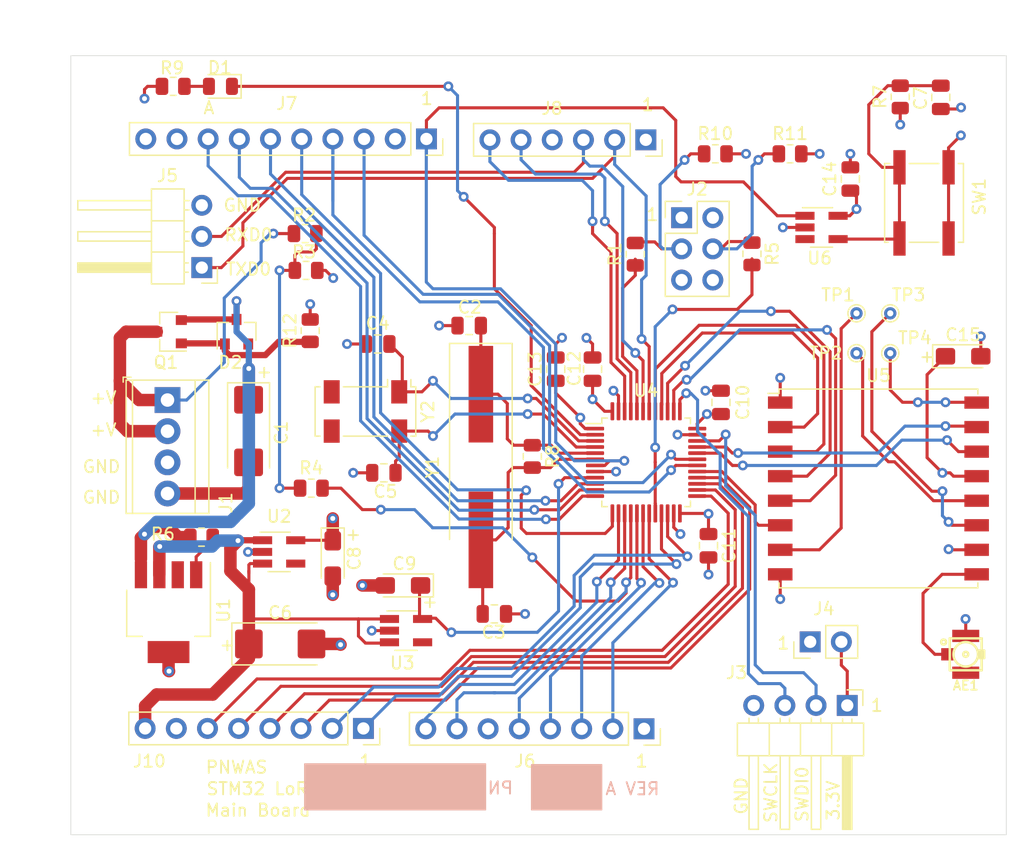
<source format=kicad_pcb>
(kicad_pcb (version 20171130) (host pcbnew 5.1.12-84ad8e8a86~92~ubuntu20.04.1)
  (layers (0 F.Cu signal) (1 In1.Cu signal hide) (2 In2.Cu signal hide) (31 B.Cu signal) (34 B.Paste user hide) (35 F.Paste user hide) (36 B.SilkS user) (37 F.SilkS user) (38 B.Mask user) (39 F.Mask user hide) (44 Edge.Cuts user))
  (net 0 "")
  (net 1 "Net-(AE1-Pad1)")
  (net 2 GND)
  (net 3 /BATV6)
  (net 4 /CLKPH0)
  (net 5 /CLKPH1)
  (net 6 /CLK32K0)
  (net 7 /CLK32K1)
  (net 8 +5V)
  (net 9 /NRST)
  (net 10 +3V3)
  (net 11 +3.3VADC)
  (net 12 /LED0)
  (net 13 "Net-(D1-Pad2)")
  (net 14 "Net-(J2-Pad3)")
  (net 15 "Net-(J2-Pad4)")
  (net 16 /SWCLK)
  (net 17 /SWDIO)
  (net 18 "Net-(J3-Pad1)")
  (net 19 /UART1_TXD)
  (net 20 /UART1_RXD)
  (net 21 /I2C1_SCL)
  (net 22 /I2C1_SDA)
  (net 23 /PB10)
  (net 24 /PB11)
  (net 25 /PA10)
  (net 26 /PB12)
  (net 27 /PA9)
  (net 28 /PB13)
  (net 29 /PB14)
  (net 30 /PA3)
  (net 31 /PB15)
  (net 32 /PA2)
  (net 33 /PA1)
  (net 34 /PA0)
  (net 35 /ADC_IN6)
  (net 36 /DAC_OUT1)
  (net 37 /ADC_IN7)
  (net 38 /DAC_OUT2)
  (net 39 /ADC_IN8)
  (net 40 /ADC_IN9)
  (net 41 /DIO5)
  (net 42 /DIO4)
  (net 43 /DIO3)
  (net 44 /DIO2)
  (net 45 /BOOT1)
  (net 46 "Net-(R2-Pad2)")
  (net 47 /BOOT0)
  (net 48 "Net-(R6-Pad2)")
  (net 49 /NRST_LORA)
  (net 50 /RX_DONE)
  (net 51 /RX_TIMEOUT)
  (net 52 /NSS1)
  (net 53 /SCK1)
  (net 54 /MISO1)
  (net 55 /MOSI1)
  (net 56 "Net-(C7-Pad1)")
  (net 57 "Net-(C1-Pad1)")
  (net 58 "Net-(D2-Pad2)")
  (module Package_QFP:LQFP-48_7x7mm_P0.5mm (layer F.Cu) (at 148.463 71.247)
    (fp_text reference U4 (at 0 -5.85) (layer F.SilkS))
    (fp_text value STM32L152CCTx)
    (pad 1 smd roundrect (at -4.1625 -2.75) (size 1.475 0.3) (layers F.Cu F.Paste F.Mask) (net 10 +3V3))
    (pad 2 smd roundrect (at -4.1625 -2.25) (size 1.475 0.3) (layers F.Cu F.Paste F.Mask) (net 12 /LED0))
    (pad 3 smd roundrect (at -4.1625 -1.75) (size 1.475 0.3) (layers F.Cu F.Paste F.Mask) (net 6 /CLK32K0))
    (pad 4 smd roundrect (at -4.1625 -1.25) (size 1.475 0.3) (layers F.Cu F.Paste F.Mask) (net 7 /CLK32K1))
    (pad 5 smd roundrect (at -4.1625 -0.75) (size 1.475 0.3) (layers F.Cu F.Paste F.Mask) (net 4 /CLKPH0))
    (pad 6 smd roundrect (at -4.1625 -0.25) (size 1.475 0.3) (layers F.Cu F.Paste F.Mask) (net 5 /CLKPH1))
    (pad 7 smd roundrect (at -4.1625 0.25) (size 1.475 0.3) (layers F.Cu F.Paste F.Mask) (net 9 /NRST))
    (pad 8 smd roundrect (at -4.1625 0.75) (size 1.475 0.3) (layers F.Cu F.Paste F.Mask) (net 2 GND))
    (pad 9 smd roundrect (at -4.1625 1.25) (size 1.475 0.3) (layers F.Cu F.Paste F.Mask) (net 11 +3.3VADC))
    (pad 10 smd roundrect (at -4.1625 1.75) (size 1.475 0.3) (layers F.Cu F.Paste F.Mask) (net 34 /PA0))
    (pad 11 smd roundrect (at -4.1625 2.25) (size 1.475 0.3) (layers F.Cu F.Paste F.Mask) (net 33 /PA1))
    (pad 12 smd roundrect (at -4.1625 2.75) (size 1.475 0.3) (layers F.Cu F.Paste F.Mask) (net 32 /PA2))
    (pad 13 smd roundrect (at -2.75 4.1625) (size 0.3 1.475) (layers F.Cu F.Paste F.Mask) (net 30 /PA3))
    (pad 14 smd roundrect (at -2.25 4.1625) (size 0.3 1.475) (layers F.Cu F.Paste F.Mask) (net 36 /DAC_OUT1))
    (pad 15 smd roundrect (at -1.75 4.1625) (size 0.3 1.475) (layers F.Cu F.Paste F.Mask) (net 38 /DAC_OUT2))
    (pad 16 smd roundrect (at -1.25 4.1625) (size 0.3 1.475) (layers F.Cu F.Paste F.Mask) (net 35 /ADC_IN6))
    (pad 17 smd roundrect (at -0.75 4.1625) (size 0.3 1.475) (layers F.Cu F.Paste F.Mask) (net 37 /ADC_IN7))
    (pad 18 smd roundrect (at -0.25 4.1625) (size 0.3 1.475) (layers F.Cu F.Paste F.Mask) (net 39 /ADC_IN8))
    (pad 19 smd roundrect (at 0.25 4.1625) (size 0.3 1.475) (layers F.Cu F.Paste F.Mask) (net 40 /ADC_IN9))
    (pad 20 smd roundrect (at 0.75 4.1625) (size 0.3 1.475) (layers F.Cu F.Paste F.Mask) (net 45 /BOOT1))
    (pad 21 smd roundrect (at 1.25 4.1625) (size 0.3 1.475) (layers F.Cu F.Paste F.Mask) (net 23 /PB10))
    (pad 22 smd roundrect (at 1.75 4.1625) (size 0.3 1.475) (layers F.Cu F.Paste F.Mask) (net 24 /PB11))
    (pad 23 smd roundrect (at 2.25 4.1625) (size 0.3 1.475) (layers F.Cu F.Paste F.Mask) (net 2 GND))
    (pad 24 smd roundrect (at 2.75 4.1625) (size 0.3 1.475) (layers F.Cu F.Paste F.Mask) (net 10 +3V3))
    (pad 25 smd roundrect (at 4.1625 2.75) (size 1.475 0.3) (layers F.Cu F.Paste F.Mask) (net 26 /PB12))
    (pad 26 smd roundrect (at 4.1625 2.25) (size 1.475 0.3) (layers F.Cu F.Paste F.Mask) (net 28 /PB13))
    (pad 27 smd roundrect (at 4.1625 1.75) (size 1.475 0.3) (layers F.Cu F.Paste F.Mask) (net 29 /PB14))
    (pad 28 smd roundrect (at 4.1625 1.25) (size 1.475 0.3) (layers F.Cu F.Paste F.Mask) (net 31 /PB15))
    (pad 29 smd roundrect (at 4.1625 0.75) (size 1.475 0.3) (layers F.Cu F.Paste F.Mask) (net 49 /NRST_LORA))
    (pad 30 smd roundrect (at 4.1625 0.25) (size 1.475 0.3) (layers F.Cu F.Paste F.Mask) (net 27 /PA9))
    (pad 31 smd roundrect (at 4.1625 -0.25) (size 1.475 0.3) (layers F.Cu F.Paste F.Mask) (net 25 /PA10))
    (pad 32 smd roundrect (at 4.1625 -0.75) (size 1.475 0.3) (layers F.Cu F.Paste F.Mask) (net 50 /RX_DONE))
    (pad 33 smd roundrect (at 4.1625 -1.25) (size 1.475 0.3) (layers F.Cu F.Paste F.Mask) (net 51 /RX_TIMEOUT))
    (pad 34 smd roundrect (at 4.1625 -1.75) (size 1.475 0.3) (layers F.Cu F.Paste F.Mask) (net 17 /SWDIO))
    (pad 35 smd roundrect (at 4.1625 -2.25) (size 1.475 0.3) (layers F.Cu F.Paste F.Mask) (net 2 GND))
    (pad 36 smd roundrect (at 4.1625 -2.75) (size 1.475 0.3) (layers F.Cu F.Paste F.Mask) (net 10 +3V3))
    (pad 37 smd roundrect (at 2.75 -4.1625) (size 0.3 1.475) (layers F.Cu F.Paste F.Mask) (net 16 /SWCLK))
    (pad 38 smd roundrect (at 2.25 -4.1625) (size 0.3 1.475) (layers F.Cu F.Paste F.Mask) (net 52 /NSS1))
    (pad 39 smd roundrect (at 1.75 -4.1625) (size 0.3 1.475) (layers F.Cu F.Paste F.Mask) (net 53 /SCK1))
    (pad 40 smd roundrect (at 1.25 -4.1625) (size 0.3 1.475) (layers F.Cu F.Paste F.Mask) (net 54 /MISO1))
    (pad 41 smd roundrect (at 0.75 -4.1625) (size 0.3 1.475) (layers F.Cu F.Paste F.Mask) (net 55 /MOSI1))
    (pad 42 smd roundrect (at 0.25 -4.1625) (size 0.3 1.475) (layers F.Cu F.Paste F.Mask) (net 19 /UART1_TXD))
    (pad 43 smd roundrect (at -0.25 -4.1625) (size 0.3 1.475) (layers F.Cu F.Paste F.Mask) (net 20 /UART1_RXD))
    (pad 44 smd roundrect (at -0.75 -4.1625) (size 0.3 1.475) (layers F.Cu F.Paste F.Mask) (net 47 /BOOT0))
    (pad 45 smd roundrect (at -1.25 -4.1625) (size 0.3 1.475) (layers F.Cu F.Paste F.Mask) (net 21 /I2C1_SCL))
    (pad 46 smd roundrect (at -1.75 -4.1625) (size 0.3 1.475) (layers F.Cu F.Paste F.Mask) (net 22 /I2C1_SDA))
    (pad 47 smd roundrect (at -2.25 -4.1625) (size 0.3 1.475) (layers F.Cu F.Paste F.Mask) (net 2 GND))
    (pad 48 smd roundrect (at -2.75 -4.1625) (size 0.3 1.475) (layers F.Cu F.Paste F.Mask) (net 10 +3V3))
  )
  (module Connector_PinSocket_2.54mm:PinSocket_1x06_P2.54mm_Vertical (layer F.Cu) (at 148.4376 44.958 270)
    (fp_text reference J8 (at -2.558 7.6376) (layer F.SilkS))
    (fp_text value Conn_01x06)
    (pad 1 thru_hole rect (at 0 0 270) (size 1.7 1.7) (drill 1) (layers *.Cu *.Mask) (net 10 +3V3))
    (pad 2 thru_hole oval (at 0 2.54 270) (size 1.7 1.7) (drill 1) (layers *.Cu *.Mask) (net 19 /UART1_TXD))
    (pad 3 thru_hole oval (at 0 5.08 270) (size 1.7 1.7) (drill 1) (layers *.Cu *.Mask) (net 20 /UART1_RXD))
    (pad 4 thru_hole oval (at 0 7.62 270) (size 1.7 1.7) (drill 1) (layers *.Cu *.Mask) (net 2 GND))
    (pad 5 thru_hole oval (at 0 10.16 270) (size 1.7 1.7) (drill 1) (layers *.Cu *.Mask) (net 21 /I2C1_SCL))
    (pad 6 thru_hole oval (at 0 12.7 270) (size 1.7 1.7) (drill 1) (layers *.Cu *.Mask) (net 22 /I2C1_SDA))
  )
  (module Connector_PinSocket_2.54mm:PinSocket_1x08_P2.54mm_Vertical (layer F.Cu) (at 125.43282 92.93352 270)
    (fp_text reference J10 (at 2.66648 17.43282 180) (layer F.SilkS))
    (fp_text value Conn_01x08)
    (pad 1 thru_hole rect (at 0 0 270) (size 1.7 1.7) (drill 1) (layers *.Cu *.Mask) (net 23 /PB10))
    (pad 2 thru_hole oval (at 0 2.54 270) (size 1.7 1.7) (drill 1) (layers *.Cu *.Mask) (net 24 /PB11))
    (pad 3 thru_hole oval (at 0 5.08 270) (size 1.7 1.7) (drill 1) (layers *.Cu *.Mask) (net 31 /PB15))
    (pad 4 thru_hole oval (at 0 7.62 270) (size 1.7 1.7) (drill 1) (layers *.Cu *.Mask) (net 29 /PB14))
    (pad 5 thru_hole oval (at 0 10.16 270) (size 1.7 1.7) (drill 1) (layers *.Cu *.Mask) (net 28 /PB13))
    (pad 6 thru_hole oval (at 0 12.7 270) (size 1.7 1.7) (drill 1) (layers *.Cu *.Mask) (net 26 /PB12))
    (pad 7 thru_hole oval (at 0 15.24 270) (size 1.7 1.7) (drill 1) (layers *.Cu *.Mask) (net 2 GND))
    (pad 8 thru_hole oval (at 0 17.78 270) (size 1.7 1.7) (drill 1) (layers *.Cu *.Mask) (net 8 +5V))
  )
  (module connector-ufl:U.FL-COAX (layer F.Cu) (at 174.498 86.892)
    (fp_text reference AE1 (at 0 2.54) (layer F.SilkS) (effects (font (size 0.762 0.762) (thickness 0.1524))))
    (fp_text value Antenna_Shield hide)
    (pad 1 smd rect (at -1.5 0) (size 1 1) (layers F.Cu F.Paste F.Mask) (net 1 "Net-(AE1-Pad1)"))
    (pad 2 smd rect (at 0 -1.5) (size 2.2 1) (layers F.Cu F.Paste F.Mask) (net 2 GND))
    (pad 3 smd rect (at 0 1.5) (size 2.2 1) (layers F.Cu F.Paste F.Mask))
  )
  (module Capacitor_Tantalum_SMD:CP_EIA-6032-20_AVX-F_Pad2.25x2.35mm_HandSolder (layer F.Cu) (at 116.078 68.697 270)
    (fp_text reference C1 (at 0.137 -2.667 90) (layer F.SilkS))
    (fp_text value 10uF)
    (pad 1 smd roundrect (at -2.55 0 270) (size 2.25 2.35) (layers F.Cu F.Paste F.Mask) (roundrect_rratio 0.1111106666666667) (net 57 "Net-(C1-Pad1)"))
    (pad 2 smd roundrect (at 2.55 0 270) (size 2.25 2.35) (layers F.Cu F.Paste F.Mask) (roundrect_rratio 0.1111106666666667) (net 2 GND))
  )
  (module Capacitor_Tantalum_SMD:CP_EIA-6032-20_AVX-F_Pad2.25x2.35mm_HandSolder (layer F.Cu) (at 118.6534 86.04758)
    (fp_text reference C6 (at 0 -2.55) (layer F.SilkS))
    (fp_text value 10uF)
    (pad 2 smd roundrect (at 2.55 0) (size 2.25 2.35) (layers F.Cu F.Paste F.Mask) (roundrect_rratio 0.1111106666666667) (net 2 GND))
    (pad 1 smd roundrect (at -2.55 0) (size 2.25 2.35) (layers F.Cu F.Paste F.Mask) (roundrect_rratio 0.1111106666666667) (net 8 +5V))
  )
  (module Capacitor_Tantalum_SMD:CP_EIA-3216-18_Kemet-A_Pad1.58x1.35mm_HandSolder (layer F.Cu) (at 128.651 81.28 180)
    (fp_text reference C9 (at -0.127 1.778) (layer F.SilkS))
    (fp_text value 10uF)
    (pad 1 smd roundrect (at -1.4375 0 180) (size 1.575 1.35) (layers F.Cu F.Paste F.Mask) (roundrect_rratio 0.1851844444444445) (net 11 +3.3VADC))
    (pad 2 smd roundrect (at 1.4375 0 180) (size 1.575 1.35) (layers F.Cu F.Paste F.Mask) (roundrect_rratio 0.1851844444444445) (net 2 GND))
  )
  (module TerminalBlock_TE-Connectivity:TerminalBlock_TE_282834-4_1x04_P2.54mm_Horizontal (layer F.Cu) (at 109.474 66.167 270)
    (fp_text reference J1 (at 8.382 -4.7625 90) (layer F.SilkS))
    (fp_text value Screw_Terminal_01x04)
    (pad 1 thru_hole rect (at 0 0 270) (size 2.1 2.1) (drill 1.1) (layers *.Cu *.Mask) (net 3 /BATV6))
    (pad 2 thru_hole circle (at 2.54 0 270) (size 2.1 2.1) (drill 1.1) (layers *.Cu *.Mask) (net 3 /BATV6))
    (pad 3 thru_hole circle (at 5.08 0 270) (size 2.1 2.1) (drill 1.1) (layers *.Cu *.Mask) (net 2 GND))
    (pad 4 thru_hole circle (at 7.62 0 270) (size 2.1 2.1) (drill 1.1) (layers *.Cu *.Mask) (net 2 GND))
  )
  (module Connector_PinHeader_2.54mm:PinHeader_2x03_P2.54mm_Vertical (layer F.Cu) (at 151.35606 51.30546)
    (fp_text reference J2 (at 1.27 -2.33) (layer F.SilkS))
    (fp_text value Conn_02x03_Odd_Even)
    (pad 1 thru_hole rect (at 0 0) (size 1.7 1.7) (drill 1) (layers *.Cu *.Mask) (net 10 +3V3))
    (pad 2 thru_hole oval (at 2.54 0) (size 1.7 1.7) (drill 1) (layers *.Cu *.Mask) (net 10 +3V3))
    (pad 3 thru_hole oval (at 0 2.54) (size 1.7 1.7) (drill 1) (layers *.Cu *.Mask) (net 14 "Net-(J2-Pad3)"))
    (pad 4 thru_hole oval (at 2.54 2.54) (size 1.7 1.7) (drill 1) (layers *.Cu *.Mask) (net 15 "Net-(J2-Pad4)"))
    (pad 5 thru_hole oval (at 0 5.08) (size 1.7 1.7) (drill 1) (layers *.Cu *.Mask) (net 2 GND))
    (pad 6 thru_hole oval (at 2.54 5.08) (size 1.7 1.7) (drill 1) (layers *.Cu *.Mask) (net 2 GND))
  )
  (module Connector_PinHeader_2.54mm:PinHeader_1x02_P2.54mm_Vertical (layer F.Cu) (at 161.82594 85.8774 90)
    (fp_text reference J4 (at 2.6924 1.11506 180) (layer F.SilkS))
    (fp_text value Conn_01x02)
    (pad 1 thru_hole rect (at 0 0 90) (size 1.7 1.7) (drill 1) (layers *.Cu *.Mask) (net 10 +3V3))
    (pad 2 thru_hole oval (at 0 2.54 90) (size 1.7 1.7) (drill 1) (layers *.Cu *.Mask) (net 18 "Net-(J3-Pad1)"))
  )
  (module Crystal:Crystal_SMD_HC49-SD_HandSoldering (layer F.Cu) (at 135.001 71.628 270)
    (fp_text reference Y1 (at 0 3.937 90) (layer F.SilkS))
    (fp_text value 8Mhz)
    (pad 1 smd rect (at -5.9375 0 270) (size 7.875 2) (layers F.Cu F.Paste F.Mask) (net 4 /CLKPH0))
    (pad 2 smd rect (at 5.9375 0 270) (size 7.875 2) (layers F.Cu F.Paste F.Mask) (net 5 /CLKPH1))
  )
  (module Capacitor_Tantalum_SMD:CP_EIA-3216-18_Kemet-A_Pad1.58x1.35mm_HandSolder (layer F.Cu) (at 122.936 79.0805 270)
    (fp_text reference C8 (at 0 -1.75 90) (layer F.SilkS))
    (fp_text value 10uF)
    (pad 1 smd roundrect (at -1.4375 0 270) (size 1.575 1.35) (layers F.Cu F.Paste F.Mask) (roundrect_rratio 0.1851844444444445) (net 10 +3V3))
    (pad 2 smd roundrect (at 1.4375 0 270) (size 1.575 1.35) (layers F.Cu F.Paste F.Mask) (roundrect_rratio 0.1851844444444445) (net 2 GND))
  )
  (module Package_TO_SOT_SMD:SOT-223-5 (layer F.Cu) (at 109.56036 83.45932 270)
    (fp_text reference U1 (at -0.14732 -4.48564 270) (layer F.SilkS))
    (fp_text value LP38693MP-5.0)
    (pad 4 smd rect (at -3.05 2.25 270) (size 2.2 1) (layers F.Cu F.Paste F.Mask) (net 57 "Net-(C1-Pad1)"))
    (pad 2 smd rect (at -3.05 -0.75 270) (size 2.2 1) (layers F.Cu F.Paste F.Mask))
    (pad 5 smd rect (at 3.25 0 270) (size 1.8 3.4) (layers F.Cu F.Paste F.Mask) (net 2 GND))
    (pad 3 smd rect (at -3.05 0.75 270) (size 2.2 1) (layers F.Cu F.Paste F.Mask) (net 8 +5V))
    (pad 1 smd rect (at -3.05 -2.25 270) (size 2.2 1) (layers F.Cu F.Paste F.Mask) (net 48 "Net-(R6-Pad2)"))
  )
  (module Connector_PinSocket_2.54mm:PinSocket_1x08_P2.54mm_Vertical (layer F.Cu) (at 148.29282 92.964 270)
    (fp_text reference J6 (at 2.636 9.69282 180) (layer F.SilkS))
    (fp_text value Conn_01x08)
    (pad 1 thru_hole rect (at 0 0 270) (size 1.7 1.7) (drill 1) (layers *.Cu *.Mask) (net 2 GND))
    (pad 2 thru_hole oval (at 0 2.54 270) (size 1.7 1.7) (drill 1) (layers *.Cu *.Mask) (net 40 /ADC_IN9))
    (pad 3 thru_hole oval (at 0 5.08 270) (size 1.7 1.7) (drill 1) (layers *.Cu *.Mask) (net 39 /ADC_IN8))
    (pad 4 thru_hole oval (at 0 7.62 270) (size 1.7 1.7) (drill 1) (layers *.Cu *.Mask) (net 37 /ADC_IN7))
    (pad 5 thru_hole oval (at 0 10.16 270) (size 1.7 1.7) (drill 1) (layers *.Cu *.Mask) (net 35 /ADC_IN6))
    (pad 6 thru_hole oval (at 0 12.7 270) (size 1.7 1.7) (drill 1) (layers *.Cu *.Mask) (net 2 GND))
    (pad 7 thru_hole oval (at 0 15.24 270) (size 1.7 1.7) (drill 1) (layers *.Cu *.Mask) (net 38 /DAC_OUT2))
    (pad 8 thru_hole oval (at 0 17.78 270) (size 1.7 1.7) (drill 1) (layers *.Cu *.Mask) (net 36 /DAC_OUT1))
  )
  (module Connector_PinSocket_2.54mm:PinSocket_1x10_P2.54mm_Vertical (layer F.Cu) (at 130.56616 44.88688 270)
    (fp_text reference J7 (at -2.88688 11.36616 180) (layer F.SilkS))
    (fp_text value Conn_01x10)
    (pad 1 thru_hole rect (at 0 0 270) (size 1.7 1.7) (drill 1) (layers *.Cu *.Mask) (net 9 /NRST))
    (pad 2 thru_hole oval (at 0 2.54 270) (size 1.7 1.7) (drill 1) (layers *.Cu *.Mask) (net 10 +3V3))
    (pad 3 thru_hole oval (at 0 5.08 270) (size 1.7 1.7) (drill 1) (layers *.Cu *.Mask) (net 25 /PA10))
    (pad 4 thru_hole oval (at 0 7.62 270) (size 1.7 1.7) (drill 1) (layers *.Cu *.Mask) (net 27 /PA9))
    (pad 5 thru_hole oval (at 0 10.16 270) (size 1.7 1.7) (drill 1) (layers *.Cu *.Mask) (net 30 /PA3))
    (pad 6 thru_hole oval (at 0 12.7 270) (size 1.7 1.7) (drill 1) (layers *.Cu *.Mask) (net 34 /PA0))
    (pad 7 thru_hole oval (at 0 15.24 270) (size 1.7 1.7) (drill 1) (layers *.Cu *.Mask) (net 33 /PA1))
    (pad 8 thru_hole oval (at 0 17.78 270) (size 1.7 1.7) (drill 1) (layers *.Cu *.Mask) (net 32 /PA2))
    (pad 9 thru_hole oval (at 0 20.32 270) (size 1.7 1.7) (drill 1) (layers *.Cu *.Mask))
    (pad 10 thru_hole oval (at 0 22.86 270) (size 1.7 1.7) (drill 1) (layers *.Cu *.Mask) (net 2 GND))
  )
  (module Button_Switch_SMD:SW_Push_1P1T_NO_CK_KSC6xxJ (layer F.Cu) (at 171.1 50.1 270)
    (fp_text reference SW1 (at -0.5 -4.5 90) (layer F.SilkS))
    (fp_text value SW_Push)
    (pad 1 smd rect (at -2.9 -2 270) (size 2.8 1) (layers F.Cu F.Paste F.Mask) (net 2 GND))
    (pad 1 smd rect (at 2.9 -2 270) (size 2.8 1) (layers F.Cu F.Paste F.Mask) (net 2 GND))
    (pad 2 smd rect (at -2.9 2 270) (size 2.8 1) (layers F.Cu F.Paste F.Mask) (net 56 "Net-(C7-Pad1)"))
    (pad 2 smd rect (at 2.9 2 270) (size 2.8 1) (layers F.Cu F.Paste F.Mask) (net 56 "Net-(C7-Pad1)"))
  )
  (module Resistor_SMD:R_0805_2012Metric (layer F.Cu) (at 109.9375 40.6 180)
    (fp_text reference R9 (at 0.0875 1.5) (layer F.SilkS))
    (fp_text value 510)
    (pad 1 smd roundrect (at -0.9125 0 180) (size 1.025 1.4) (layers F.Cu F.Paste F.Mask) (roundrect_rratio 0.2439004878048781) (net 13 "Net-(D1-Pad2)"))
    (pad 2 smd roundrect (at 0.9125 0 180) (size 1.025 1.4) (layers F.Cu F.Paste F.Mask) (roundrect_rratio 0.2439004878048781) (net 10 +3V3))
  )
  (module Resistor_SMD:R_0805_2012Metric (layer F.Cu) (at 147.57908 54.2787 90)
    (fp_text reference R1 (at 0 -1.65 90) (layer F.SilkS))
    (fp_text value 100K)
    (pad 1 smd roundrect (at -0.9125 0 90) (size 1.025 1.4) (layers F.Cu F.Paste F.Mask) (roundrect_rratio 0.2439004878048781) (net 47 /BOOT0))
    (pad 2 smd roundrect (at 0.9125 0 90) (size 1.025 1.4) (layers F.Cu F.Paste F.Mask) (roundrect_rratio 0.2439004878048781) (net 14 "Net-(J2-Pad3)"))
  )
  (module Resistor_SMD:R_0805_2012Metric (layer F.Cu) (at 157.08376 54.24932 270)
    (fp_text reference R5 (at 0 -1.65 90) (layer F.SilkS))
    (fp_text value 100K)
    (pad 1 smd roundrect (at -0.9125 0 270) (size 1.025 1.4) (layers F.Cu F.Paste F.Mask) (roundrect_rratio 0.2439004878048781) (net 15 "Net-(J2-Pad4)"))
    (pad 2 smd roundrect (at 0.9125 0 270) (size 1.025 1.4) (layers F.Cu F.Paste F.Mask) (roundrect_rratio 0.2439004878048781) (net 45 /BOOT1))
  )
  (module Resistor_SMD:R_0805_2012Metric (layer F.Cu) (at 169.163 41.4585 90)
    (fp_text reference R7 (at 0 -1.65 90) (layer F.SilkS))
    (fp_text value 10K)
    (pad 2 smd roundrect (at 0.9125 0 90) (size 1.025 1.4) (layers F.Cu F.Paste F.Mask) (roundrect_rratio 0.2439004878048781) (net 56 "Net-(C7-Pad1)"))
    (pad 1 smd roundrect (at -0.9125 0 90) (size 1.025 1.4) (layers F.Cu F.Paste F.Mask) (roundrect_rratio 0.2439004878048781) (net 10 +3V3))
  )
  (module Capacitor_SMD:C_0805_2012Metric (layer F.Cu) (at 134.05 60.1)
    (fp_text reference C2 (at 0.05 -1.5) (layer F.SilkS))
    (fp_text value 20pF)
    (pad 2 smd roundrect (at 0.95 0) (size 1 1.45) (layers F.Cu F.Paste F.Mask) (net 4 /CLKPH0))
    (pad 1 smd roundrect (at -0.95 0) (size 1 1.45) (layers F.Cu F.Paste F.Mask) (net 2 GND))
  )
  (module Capacitor_SMD:C_0805_2012Metric (layer F.Cu) (at 136.1 83.6 180)
    (fp_text reference C3 (at 0.05 -1.5) (layer F.SilkS))
    (fp_text value 20pF)
    (pad 1 smd roundrect (at -0.95 0 180) (size 1 1.45) (layers F.Cu F.Paste F.Mask) (net 2 GND))
    (pad 2 smd roundrect (at 0.95 0 180) (size 1 1.45) (layers F.Cu F.Paste F.Mask) (net 5 /CLKPH1))
  )
  (module Capacitor_SMD:C_0805_2012Metric (layer F.Cu) (at 126.6 61.6)
    (fp_text reference C4 (at 0 -1.68) (layer F.SilkS))
    (fp_text value 20pF)
    (pad 1 smd roundrect (at -0.95 0) (size 1 1.45) (layers F.Cu F.Paste F.Mask) (net 2 GND))
    (pad 2 smd roundrect (at 0.95 0) (size 1 1.45) (layers F.Cu F.Paste F.Mask) (net 6 /CLK32K0))
  )
  (module Capacitor_SMD:C_0805_2012Metric (layer F.Cu) (at 127.1 72.1)
    (fp_text reference C5 (at 0.127 1.524) (layer F.SilkS))
    (fp_text value 20pF)
    (pad 2 smd roundrect (at 0.95 0) (size 1 1.45) (layers F.Cu F.Paste F.Mask) (net 7 /CLK32K1))
    (pad 1 smd roundrect (at -0.95 0) (size 1 1.45) (layers F.Cu F.Paste F.Mask) (net 2 GND))
  )
  (module Capacitor_SMD:C_0805_2012Metric (layer F.Cu) (at 172.465 41.496 270)
    (fp_text reference C7 (at 0.066 1.651 90) (layer F.SilkS))
    (fp_text value .1uF)
    (pad 2 smd roundrect (at 0.95 0 270) (size 1 1.45) (layers F.Cu F.Paste F.Mask) (net 2 GND))
    (pad 1 smd roundrect (at -0.95 0 270) (size 1 1.45) (layers F.Cu F.Paste F.Mask) (net 56 "Net-(C7-Pad1)"))
  )
  (module Capacitor_SMD:C_0805_2012Metric (layer F.Cu) (at 154.559 66.36 90)
    (fp_text reference C10 (at 0 1.778 90) (layer F.SilkS))
    (fp_text value 0.1uF)
    (pad 2 smd roundrect (at 0.95 0 90) (size 1 1.45) (layers F.Cu F.Paste F.Mask) (net 2 GND))
    (pad 1 smd roundrect (at -0.95 0 90) (size 1 1.45) (layers F.Cu F.Paste F.Mask) (net 10 +3V3))
  )
  (module Capacitor_SMD:C_0805_2012Metric (layer F.Cu) (at 153.543 78.044 270)
    (fp_text reference C11 (at 0 -1.68 90) (layer F.SilkS))
    (fp_text value 0.1uF)
    (pad 1 smd roundrect (at -0.95 0 270) (size 1 1.45) (layers F.Cu F.Paste F.Mask) (net 10 +3V3))
    (pad 2 smd roundrect (at 0.95 0 270) (size 1 1.45) (layers F.Cu F.Paste F.Mask) (net 2 GND))
  )
  (module Capacitor_SMD:C_0805_2012Metric (layer F.Cu) (at 141.1 63.65 90)
    (fp_text reference C13 (at 0 -1.68 270) (layer F.SilkS))
    (fp_text value 0.1uF)
    (pad 1 smd roundrect (at -0.95 0 90) (size 1 1.45) (layers F.Cu F.Paste F.Mask) (net 10 +3V3))
    (pad 2 smd roundrect (at 0.95 0 90) (size 1 1.45) (layers F.Cu F.Paste F.Mask) (net 2 GND))
  )
  (module Capacitor_SMD:C_0805_2012Metric (layer F.Cu) (at 144.1 63.65 90)
    (fp_text reference C12 (at 0.05 -1.5 90) (layer F.SilkS))
    (fp_text value 0.1uF)
    (pad 1 smd roundrect (at -0.95 0 90) (size 1 1.45) (layers F.Cu F.Paste F.Mask) (net 10 +3V3))
    (pad 2 smd roundrect (at 0.95 0 90) (size 1 1.45) (layers F.Cu F.Paste F.Mask) (net 2 GND))
  )
  (module LED_SMD:LED_0805_2012Metric (layer F.Cu) (at 113.7875 40.6 180)
    (fp_text reference D1 (at 0.0485 1.524) (layer F.SilkS))
    (fp_text value LED)
    (pad 1 smd roundrect (at -0.9375 0 180) (size 0.975 1.4) (layers F.Cu F.Paste F.Mask) (net 12 /LED0))
    (pad 2 smd roundrect (at 0.9375 0 180) (size 0.975 1.4) (layers F.Cu F.Paste F.Mask) (net 13 "Net-(D1-Pad2)"))
  )
  (module Resistor_SMD:R_0805_2012Metric (layer F.Cu) (at 139.192 70.7625 270)
    (fp_text reference R8 (at 0 -1.65 90) (layer F.SilkS))
    (fp_text value 1M)
    (pad 1 smd roundrect (at -0.9125 0 270) (size 1.025 1.4) (layers F.Cu F.Paste F.Mask) (roundrect_rratio 0.2439004878048781) (net 4 /CLKPH0))
    (pad 2 smd roundrect (at 0.9125 0 270) (size 1.025 1.4) (layers F.Cu F.Paste F.Mask) (roundrect_rratio 0.2439004878048781) (net 5 /CLKPH1))
  )
  (module Resistor_SMD:R_0805_2012Metric (layer F.Cu) (at 120.6875 52.6)
    (fp_text reference R2 (at -0.0875 -1.5) (layer F.SilkS))
    (fp_text value 30K)
    (pad 1 smd roundrect (at -0.9125 0) (size 1.025 1.4) (layers F.Cu F.Paste F.Mask) (roundrect_rratio 0.2439004878048781) (net 3 /BATV6))
    (pad 2 smd roundrect (at 0.9125 0) (size 1.025 1.4) (layers F.Cu F.Paste F.Mask) (roundrect_rratio 0.2439004878048781) (net 46 "Net-(R2-Pad2)"))
  )
  (module Resistor_SMD:R_0805_2012Metric (layer F.Cu) (at 120.7625 55.6)
    (fp_text reference R3 (at -0.1625 -1.5) (layer F.SilkS))
    (fp_text value 10K)
    (pad 2 smd roundrect (at 0.9125 0) (size 1.025 1.4) (layers F.Cu F.Paste F.Mask) (roundrect_rratio 0.2439004878048781) (net 2 GND))
    (pad 1 smd roundrect (at -0.9125 0) (size 1.025 1.4) (layers F.Cu F.Paste F.Mask) (roundrect_rratio 0.2439004878048781) (net 46 "Net-(R2-Pad2)"))
  )
  (module Resistor_SMD:R_0805_2012Metric (layer F.Cu) (at 121.1875 73.35)
    (fp_text reference R4 (at 0 -1.65) (layer F.SilkS))
    (fp_text value 0)
    (pad 1 smd roundrect (at -0.9125 0) (size 1.025 1.4) (layers F.Cu F.Paste F.Mask) (roundrect_rratio 0.2439004878048781) (net 46 "Net-(R2-Pad2)"))
    (pad 2 smd roundrect (at 0.9125 0) (size 1.025 1.4) (layers F.Cu F.Paste F.Mask) (roundrect_rratio 0.2439004878048781) (net 35 /ADC_IN6))
  )
  (module Resistor_SMD:R_0805_2012Metric (layer F.Cu) (at 112.2445 77.343)
    (fp_text reference R6 (at -3.1445 -0.243) (layer F.SilkS))
    (fp_text value 10K)
    (pad 1 smd roundrect (at -0.9125 0) (size 1.025 1.4) (layers F.Cu F.Paste F.Mask) (roundrect_rratio 0.2439004878048781) (net 57 "Net-(C1-Pad1)"))
    (pad 2 smd roundrect (at 0.9125 0) (size 1.025 1.4) (layers F.Cu F.Paste F.Mask) (roundrect_rratio 0.2439004878048781) (net 48 "Net-(R6-Pad2)"))
  )
  (module RF_Module:HOPERF_RFM9XW_SMD (layer F.Cu) (at 167.386 73.374)
    (fp_text reference U5 (at 0 -9.2) (layer F.SilkS))
    (fp_text value RFM95W-915S2)
    (pad 1 smd rect (at -8 -7) (size 2 1) (layers F.Cu F.Paste F.Mask) (net 2 GND))
    (pad 2 smd rect (at -8 -5) (size 2 1) (layers F.Cu F.Paste F.Mask) (net 54 /MISO1))
    (pad 3 smd rect (at -8 -3) (size 2 1) (layers F.Cu F.Paste F.Mask) (net 55 /MOSI1))
    (pad 4 smd rect (at -8 -1) (size 2 1) (layers F.Cu F.Paste F.Mask) (net 53 /SCK1))
    (pad 5 smd rect (at -8 1) (size 2 1) (layers F.Cu F.Paste F.Mask) (net 52 /NSS1))
    (pad 6 smd rect (at -8 3) (size 2 1) (layers F.Cu F.Paste F.Mask) (net 49 /NRST_LORA))
    (pad 7 smd rect (at -8 5) (size 2 1) (layers F.Cu F.Paste F.Mask) (net 41 /DIO5))
    (pad 8 smd rect (at -8 7) (size 2 1) (layers F.Cu F.Paste F.Mask) (net 2 GND))
    (pad 9 smd rect (at 8 7) (size 2 1) (layers F.Cu F.Paste F.Mask) (net 1 "Net-(AE1-Pad1)"))
    (pad 10 smd rect (at 8 5) (size 2 1) (layers F.Cu F.Paste F.Mask) (net 2 GND))
    (pad 11 smd rect (at 8 3) (size 2 1) (layers F.Cu F.Paste F.Mask) (net 43 /DIO3))
    (pad 12 smd rect (at 8 1) (size 2 1) (layers F.Cu F.Paste F.Mask) (net 42 /DIO4))
    (pad 13 smd rect (at 8 -1) (size 2 1) (layers F.Cu F.Paste F.Mask) (net 10 +3V3))
    (pad 14 smd rect (at 8 -3) (size 2 1) (layers F.Cu F.Paste F.Mask) (net 50 /RX_DONE))
    (pad 15 smd rect (at 8 -5) (size 2 1) (layers F.Cu F.Paste F.Mask) (net 51 /RX_TIMEOUT))
    (pad 16 smd rect (at 8 -7) (size 2 1) (layers F.Cu F.Paste F.Mask) (net 44 /DIO2))
  )
  (module Connector_PinHeader_2.54mm:PinHeader_1x04_P2.54mm_Horizontal (layer F.Cu) (at 164.846 91.059 270)
    (fp_text reference J3 (at -2.667 9.017 180) (layer F.SilkS))
    (fp_text value Conn_01x04)
    (pad 1 thru_hole rect (at 0 0 270) (size 1.7 1.7) (drill 1) (layers *.Cu *.Mask) (net 18 "Net-(J3-Pad1)"))
    (pad 2 thru_hole oval (at 0 2.54 270) (size 1.7 1.7) (drill 1) (layers *.Cu *.Mask) (net 17 /SWDIO))
    (pad 3 thru_hole oval (at 0 5.08 270) (size 1.7 1.7) (drill 1) (layers *.Cu *.Mask) (net 16 /SWCLK))
    (pad 4 thru_hole oval (at 0 7.62 270) (size 1.7 1.7) (drill 1) (layers *.Cu *.Mask) (net 2 GND))
  )
  (module Connector_PinHeader_2.54mm:PinHeader_1x03_P2.54mm_Horizontal (layer F.Cu) (at 112.268 55.372 180)
    (fp_text reference J5 (at 2.794 7.493) (layer F.SilkS))
    (fp_text value Conn_01x03)
    (pad 1 thru_hole rect (at 0 0 180) (size 1.7 1.7) (drill 1) (layers *.Cu *.Mask) (net 19 /UART1_TXD))
    (pad 2 thru_hole oval (at 0 2.54 180) (size 1.7 1.7) (drill 1) (layers *.Cu *.Mask) (net 20 /UART1_RXD))
    (pad 3 thru_hole oval (at 0 5.08 180) (size 1.7 1.7) (drill 1) (layers *.Cu *.Mask) (net 2 GND))
  )
  (module MountingHole:MountingHole_2.5mm (layer F.Cu) (at 154.9908 40.8305)
    (fp_text reference H1 hide)
    (fp_text value MountingHole)
    (pad 1 np_thru_hole circle (at 0 0) (size 2.5 2.5) (drill 2.5) (layers *.Cu *.Mask))
  )
  (module MountingHole:MountingHole_2.5mm (layer F.Cu) (at 174.117 98.679)
    (fp_text reference H2 hide)
    (fp_text value MountingHole)
    (pad 1 np_thru_hole circle (at 0 0) (size 2.5 2.5) (drill 2.5) (layers *.Cu *.Mask))
  )
  (module MountingHole:MountingHole_2.5mm (layer F.Cu) (at 104.267 98.806)
    (fp_text reference H3 hide)
    (fp_text value MountingHole)
    (pad 1 np_thru_hole circle (at 0 0) (size 2.5 2.5) (drill 2.5) (layers *.Cu *.Mask))
  )
  (module MountingHole:MountingHole_2.5mm (layer F.Cu) (at 104.14 40.894)
    (fp_text reference H4 hide)
    (fp_text value MountingHole)
    (pad 1 np_thru_hole circle (at 0 0) (size 2.5 2.5) (drill 2.5) (layers *.Cu *.Mask))
  )
  (module Package_TO_SOT_SMD:SOT-23-5_HandSoldering (layer F.Cu) (at 118.56992 78.547)
    (fp_text reference U2 (at 0 -2.9) (layer F.SilkS))
    (fp_text value AP2125K-3.3)
    (pad 5 smd rect (at 1.35 -0.95) (size 1.56 0.65) (layers F.Cu F.Paste F.Mask) (net 10 +3V3))
    (pad 4 smd rect (at 1.35 0.95) (size 1.56 0.65) (layers F.Cu F.Paste F.Mask))
    (pad 3 smd rect (at -1.35 0.95) (size 1.56 0.65) (layers F.Cu F.Paste F.Mask) (net 8 +5V))
    (pad 2 smd rect (at -1.35 0) (size 1.56 0.65) (layers F.Cu F.Paste F.Mask) (net 2 GND))
    (pad 1 smd rect (at -1.35 -0.95) (size 1.56 0.65) (layers F.Cu F.Paste F.Mask) (net 8 +5V))
  )
  (module Package_TO_SOT_SMD:SOT-23-5_HandSoldering (layer F.Cu) (at 128.905 84.963)
    (fp_text reference U3 (at -0.305 2.637) (layer F.SilkS))
    (fp_text value AP2125K-3.3)
    (pad 1 smd rect (at -1.35 -0.95) (size 1.56 0.65) (layers F.Cu F.Paste F.Mask) (net 8 +5V))
    (pad 2 smd rect (at -1.35 0) (size 1.56 0.65) (layers F.Cu F.Paste F.Mask) (net 2 GND))
    (pad 3 smd rect (at -1.35 0.95) (size 1.56 0.65) (layers F.Cu F.Paste F.Mask) (net 8 +5V))
    (pad 4 smd rect (at 1.35 0.95) (size 1.56 0.65) (layers F.Cu F.Paste F.Mask))
    (pad 5 smd rect (at 1.35 -0.95) (size 1.56 0.65) (layers F.Cu F.Paste F.Mask) (net 11 +3.3VADC))
  )
  (module Resistor_SMD:R_0805_2012Metric (layer F.Cu) (at 154.1 46.1)
    (fp_text reference R10 (at 0 -1.65) (layer F.SilkS))
    (fp_text value 0)
    (pad 1 smd roundrect (at -0.9125 0) (size 1.025 1.4) (layers F.Cu F.Paste F.Mask) (roundrect_rratio 0.2439004878048781) (net 14 "Net-(J2-Pad3)"))
    (pad 2 smd roundrect (at 0.9125 0) (size 1.025 1.4) (layers F.Cu F.Paste F.Mask) (roundrect_rratio 0.2439004878048781) (net 2 GND))
  )
  (module Resistor_SMD:R_0805_2012Metric (layer F.Cu) (at 160.1875 46.1)
    (fp_text reference R11 (at 0 -1.65) (layer F.SilkS))
    (fp_text value 0)
    (pad 2 smd roundrect (at 0.9125 0) (size 1.025 1.4) (layers F.Cu F.Paste F.Mask) (roundrect_rratio 0.2439004878048781) (net 2 GND))
    (pad 1 smd roundrect (at -0.9125 0) (size 1.025 1.4) (layers F.Cu F.Paste F.Mask) (roundrect_rratio 0.2439004878048781) (net 15 "Net-(J2-Pad4)"))
  )
  (module Crystal:Crystal_SMD_Abracon_ABS25-4Pin_8.0x3.8mm (layer F.Cu) (at 125.6 67.1 270)
    (fp_text reference Y2 (at 0 -5.08 90) (layer F.SilkS))
    (fp_text value 32.768KHz)
    (pad 1 smd rect (at -1.6 -2.75 180) (size 1.3 1.9) (layers F.Cu F.Paste F.Mask) (net 6 /CLK32K0))
    (pad 2 smd rect (at -1.6 2.75 180) (size 1.3 1.9) (layers F.Cu F.Paste F.Mask))
    (pad 3 smd rect (at 1.6 2.75 180) (size 1.3 1.9) (layers F.Cu F.Paste F.Mask))
    (pad 4 smd rect (at 1.6 -2.75 180) (size 1.3 1.9) (layers F.Cu F.Paste F.Mask) (net 7 /CLK32K1))
  )
  (module Package_TO_SOT_SMD:SOT-23-5_HandSoldering (layer F.Cu) (at 162.75 52.1)
    (fp_text reference U6 (at -0.15 2.5) (layer F.SilkS))
    (fp_text value MCP131X-2X)
    (pad 1 smd rect (at -1.35 -0.95) (size 1.56 0.65) (layers F.Cu F.Paste F.Mask) (net 9 /NRST))
    (pad 2 smd rect (at -1.35 0) (size 1.56 0.65) (layers F.Cu F.Paste F.Mask) (net 2 GND))
    (pad 3 smd rect (at -1.35 0.95) (size 1.56 0.65) (layers F.Cu F.Paste F.Mask))
    (pad 4 smd rect (at 1.35 0.95) (size 1.56 0.65) (layers F.Cu F.Paste F.Mask) (net 56 "Net-(C7-Pad1)"))
    (pad 5 smd rect (at 1.35 -0.95) (size 1.56 0.65) (layers F.Cu F.Paste F.Mask) (net 10 +3V3))
  )
  (module Capacitor_SMD:C_0805_2012Metric (layer F.Cu) (at 165.1 48.15 90)
    (fp_text reference C14 (at 0 -1.68 90) (layer F.SilkS))
    (fp_text value 0.1uF)
    (pad 1 smd roundrect (at -0.95 0 90) (size 1 1.45) (layers F.Cu F.Paste F.Mask) (net 10 +3V3))
    (pad 2 smd roundrect (at 0.95 0 90) (size 1 1.45) (layers F.Cu F.Paste F.Mask) (net 2 GND))
  )
  (module Package_TO_SOT_SMD:SOT-23 (layer F.Cu) (at 109.6 60.6 180)
    (fp_text reference Q1 (at 0.25 -2.5) (layer F.SilkS))
    (fp_text value Q_PMOS_GSD)
    (pad 1 smd rect (at -1 -0.95 180) (size 0.9 0.8) (layers F.Cu F.Paste F.Mask) (net 58 "Net-(D2-Pad2)"))
    (pad 2 smd rect (at -1 0.95 180) (size 0.9 0.8) (layers F.Cu F.Paste F.Mask) (net 57 "Net-(C1-Pad1)"))
    (pad 3 smd rect (at 1 0 180) (size 0.9 0.8) (layers F.Cu F.Paste F.Mask) (net 3 /BATV6))
  )
  (module Resistor_SMD:R_0805_2012Metric (layer F.Cu) (at 121.1 60.5125 90)
    (fp_text reference R12 (at 0 -1.65 90) (layer F.SilkS))
    (fp_text value 100K)
    (pad 1 smd roundrect (at -0.9125 0 90) (size 1.025 1.4) (layers F.Cu F.Paste F.Mask) (roundrect_rratio 0.2439004878048781) (net 58 "Net-(D2-Pad2)"))
    (pad 2 smd roundrect (at 0.9125 0 90) (size 1.025 1.4) (layers F.Cu F.Paste F.Mask) (roundrect_rratio 0.2439004878048781) (net 2 GND))
  )
  (module Diode_SMD:D_SOT-23_ANK (layer F.Cu) (at 115.1 60.6 90)
    (fp_text reference D2 (at -2.5 -0.5 180) (layer F.SilkS))
    (fp_text value BZX84Cxx)
    (pad 2 smd rect (at -1 -0.95 90) (size 0.9 0.8) (layers F.Cu F.Paste F.Mask) (net 58 "Net-(D2-Pad2)"))
    (pad "" smd rect (at -1 0.95 90) (size 0.9 0.8) (layers F.Cu F.Paste F.Mask))
    (pad 1 smd rect (at 1 0 90) (size 0.9 0.8) (layers F.Cu F.Paste F.Mask) (net 57 "Net-(C1-Pad1)"))
  )
  (module Capacitor_Tantalum_SMD:CP_EIA-3216-18_Kemet-A_Pad1.58x1.35mm_HandSolder (layer F.Cu) (at 174.2875 62.6)
    (fp_text reference C15 (at 0 -1.75) (layer F.SilkS))
    (fp_text value 10uF)
    (pad 1 smd roundrect (at -1.4375 0) (size 1.575 1.35) (layers F.Cu F.Paste F.Mask) (roundrect_rratio 0.1851844444444445) (net 10 +3V3))
    (pad 2 smd roundrect (at 1.4375 0) (size 1.575 1.35) (layers F.Cu F.Paste F.Mask) (roundrect_rratio 0.1851844444444445) (net 2 GND))
  )
  (module TestPoint:TestPoint_THTPad_D1.0mm_Drill0.5mm (layer F.Cu) (at 165.6 59.1)
    (fp_text reference TP1 (at -1.5 -1.5) (layer F.SilkS))
    (fp_text value TestPoint)
    (pad 1 thru_hole circle (at 0 0) (size 1 1) (drill 0.5) (layers *.Cu *.Mask) (net 41 /DIO5))
  )
  (module TestPoint:TestPoint_THTPad_D1.0mm_Drill0.5mm (layer F.Cu) (at 165.6 62.35)
    (fp_text reference TP2 (at -2.5 0) (layer F.SilkS))
    (fp_text value TestPoint)
    (pad 1 thru_hole circle (at 0 0) (size 1 1) (drill 0.5) (layers *.Cu *.Mask) (net 42 /DIO4))
  )
  (module TestPoint:TestPoint_THTPad_D1.0mm_Drill0.5mm (layer F.Cu) (at 168.35 59.1)
    (fp_text reference TP3 (at 1.5 -1.5) (layer F.SilkS))
    (fp_text value TestPoint)
    (pad 1 thru_hole circle (at 0 0) (size 1 1) (drill 0.5) (layers *.Cu *.Mask) (net 43 /DIO3))
  )
  (module TestPoint:TestPoint_THTPad_D1.0mm_Drill0.5mm (layer F.Cu) (at 168.35 62.35)
    (fp_text reference TP4 (at 2 -1.25) (layer F.SilkS))
    (fp_text value TestPoint)
    (pad 1 thru_hole circle (at 0 0) (size 1 1) (drill 0.5) (layers *.Cu *.Mask) (net 44 /DIO2))
  )
  (gr_text A (at 112.85 42.35) (layer F.SilkS) (effects (font (size 1 1))))
  (gr_text + (at 171.35 62.6) (layer F.SilkS) (effects (font (size 1 1))))
  (gr_text + (at 130.85 82.6) (layer F.SilkS) (effects (font (size 1 1))))
  (gr_text + (at 124.6 77.1) (layer F.SilkS) (effects (font (size 1 1))))
  (gr_text + (at 114.35 86.1) (layer F.SilkS) (effects (font (size 1 1))))
  (gr_text + (at 117.35 63.85) (layer F.SilkS) (effects (font (size 1 1))))
  (gr_text "Main Board" (at 116.85 99.6) (layer F.SilkS) (effects (font (size 1 1))))
  (gr_text PNWAS (at 115.1 96.1) (layer F.SilkS) (effects (font (size 1 1))))
  (gr_text "STM32 LoRa End Node " (at 121.6 97.85) (layer F.SilkS) (effects (font (size 1 1))))
  (gr_text GND (at 104.1 74.1) (layer F.SilkS) (effects (font (size 1 1))))
  (gr_text GND (at 104.1 71.6) (layer F.SilkS) (effects (font (size 1 1))))
  (gr_text +V (at 104.267 68.6) (layer F.SilkS) (effects (font (size 1 1))))
  (gr_text +V (at 104.267 65.9765) (layer F.SilkS) (effects (font (size 1 1))))
  (gr_poly (pts (xy 144.8435 99.568) (xy 139.1285 99.568) (xy 139.1285 95.885) (xy 144.8435 95.885)) (layer B.SilkS) (width 0.1))
  (gr_text PN (at 136.5885 97.79) (layer B.SilkS) (effects (font (size 1 1)) (justify mirror)))
  (gr_text "REV A" (at 147.35 97.85) (layer B.SilkS) (effects (font (size 1 1)) (justify mirror)))
  (gr_poly (pts (xy 135.382 99.568) (xy 120.65 99.568) (xy 120.65 95.8215) (xy 135.382 95.8215)) (layer B.SilkS) (width 0.1))
  (gr_text 3.3V (at 163.703 98.806 90) (layer F.SilkS) (effects (font (size 1 1))))
  (gr_text GND (at 156.21 98.425 90) (layer F.SilkS) (effects (font (size 1 1))))
  (gr_text SWCLK (at 158.623 98.171 90) (layer F.SilkS) (effects (font (size 1 1))))
  (gr_text SWDI0 (at 161.163 98.298 90) (layer F.SilkS) (effects (font (size 1 1))))
  (gr_text GND (at 115.57 50.292) (layer F.SilkS) (effects (font (size 1 1))))
  (gr_text TXD0 (at 116.078 55.499) (layer F.SilkS) (effects (font (size 1 1))))
  (gr_text RXD0 (at 116.078 52.705) (layer F.SilkS) (effects (font (size 1 1))))
  (gr_text 1 (at 159.639 85.979) (layer F.SilkS) (effects (font (size 1 1))))
  (gr_text 1 (at 148.6 42.1) (layer F.SilkS) (effects (font (size 1 1))))
  (gr_text 1 (at 130.6 41.6) (layer F.SilkS) (effects (font (size 1 1))))
  (gr_text 1 (at 148.971 51.054) (layer F.SilkS) (effects (font (size 1 1))))
  (gr_text 1 (at 125.6 95.6) (layer F.SilkS) (effects (font (size 1 1))))
  (gr_text 1 (at 148.1 95.6) (layer F.SilkS) (effects (font (size 1 1))))
  (gr_text 1 (at 167.259 91.059) (layer F.SilkS) (effects (font (size 1 1))))
  (gr_line (start 101.6 38.1) (end 101.854 38.1) (layer Edge.Cuts) (width 0.05))
  (gr_line (start 101.6 101.6) (end 101.6 38.1) (layer Edge.Cuts) (width 0.05))
  (gr_line (start 177.8 38.1) (end 101.854 38.1) (layer Edge.Cuts) (width 0.05))
  (gr_line (start 177.8 101.6) (end 177.8 38.1) (layer Edge.Cuts) (width 0.05))
  (gr_line (start 101.6 101.6) (end 177.8 101.6) (layer Edge.Cuts) (width 0.05))
  (segment (start 172.998 86.892) (end 171.982 86.892) (width 0.25) (layer F.Cu) (net 1))
  (segment (start 171.02 81.93) (end 172.576 80.374) (width 0.25) (layer F.Cu) (net 1))
  (segment (start 171.02 85.93) (end 171.02 81.93) (width 0.25) (layer F.Cu) (net 1))
  (segment (start 172.576 80.374) (end 175.386 80.374) (width 0.25) (layer F.Cu) (net 1))
  (segment (start 171.982 86.892) (end 171.02 85.93) (width 0.25) (layer F.Cu) (net 1))
  (via (at 174.48276 84.01304) (size 0.8) (drill 0.4) (layers F.Cu B.Cu) (net 2))
  (segment (start 174.498 84.02828) (end 174.48276 84.01304) (width 0.25) (layer F.Cu) (net 2))
  (segment (start 174.498 85.392) (end 174.498 84.02828) (width 0.25) (layer F.Cu) (net 2))
  (via (at 146.01444 71.9963) (size 0.8) (drill 0.4) (layers F.Cu B.Cu) (net 2))
  (segment (start 146.01374 71.997) (end 146.01444 71.9963) (width 0.25) (layer F.Cu) (net 2))
  (segment (start 144.3005 71.997) (end 146.01374 71.997) (width 0.25) (layer F.Cu) (net 2))
  (via (at 151.02078 68.98894) (size 0.8) (drill 0.4) (layers F.Cu B.Cu) (net 2))
  (segment (start 151.02884 68.997) (end 151.02078 68.98894) (width 0.25) (layer F.Cu) (net 2))
  (segment (start 152.6255 68.997) (end 151.02884 68.997) (width 0.25) (layer F.Cu) (net 2))
  (via (at 126.111 84.963) (size 0.8) (drill 0.4) (layers F.Cu B.Cu) (net 2))
  (segment (start 127.805 84.963) (end 126.111 84.963) (width 0.25) (layer F.Cu) (net 2))
  (via (at 122.936 82.042) (size 0.8) (drill 0.4) (layers F.Cu B.Cu) (net 2))
  (segment (start 122.936 80.518) (end 122.936 82.042) (width 1.016) (layer F.Cu) (net 2))
  (via (at 125.349 81.28) (size 0.8) (drill 0.4) (layers F.Cu B.Cu) (net 2))
  (segment (start 127.2135 81.28) (end 125.349 81.28) (width 1.016) (layer F.Cu) (net 2))
  (via (at 123.571 86.106) (size 0.8) (drill 0.4) (layers F.Cu B.Cu) (net 2))
  (segment (start 123.51258 86.04758) (end 123.571 86.106) (width 1.016) (layer F.Cu) (net 2))
  (segment (start 121.2034 86.04758) (end 123.51258 86.04758) (width 1.016) (layer F.Cu) (net 2))
  (segment (start 109.56036 88.22436) (end 109.601 88.265) (width 1.016) (layer F.Cu) (net 2))
  (via (at 109.601 88.265) (size 0.8) (drill 0.4) (layers F.Cu B.Cu) (net 2))
  (segment (start 109.56036 86.70932) (end 109.56036 88.22436) (width 1.016) (layer F.Cu) (net 2))
  (segment (start 116.078 71.247) (end 116.078 73.406) (width 1.016) (layer F.Cu) (net 2))
  (segment (start 115.697 73.787) (end 109.474 73.787) (width 1.016) (layer F.Cu) (net 2))
  (segment (start 116.078 73.406) (end 115.697 73.787) (width 1.016) (layer F.Cu) (net 2))
  (segment (start 116.03486 78.547) (end 115.97386 78.486) (width 0.25) (layer F.Cu) (net 2))
  (segment (start 117.46992 78.547) (end 116.03486 78.547) (width 0.508) (layer F.Cu) (net 2))
  (segment (start 116.03486 78.547) (end 116.034855 78.546995) (width 0.508) (layer F.Cu) (net 2))
  (via (at 116.034855 78.546995) (size 0.8) (drill 0.4) (layers F.Cu B.Cu) (net 2))
  (via (at 145.796 65.405) (size 0.8) (drill 0.4) (layers F.Cu B.Cu) (net 2))
  (segment (start 146.213 65.822) (end 145.796 65.405) (width 0.25) (layer F.Cu) (net 2))
  (segment (start 146.213 67.0845) (end 146.213 65.822) (width 0.25) (layer F.Cu) (net 2))
  (via (at 151.257 77.089) (size 0.8) (drill 0.4) (layers F.Cu B.Cu) (net 2))
  (segment (start 150.713 76.545) (end 151.257 77.089) (width 0.25) (layer F.Cu) (net 2))
  (segment (start 150.713 75.4095) (end 150.713 76.545) (width 0.25) (layer F.Cu) (net 2))
  (via (at 153.543 80.391) (size 0.8) (drill 0.4) (layers F.Cu B.Cu) (net 2))
  (segment (start 153.543 78.994) (end 153.543 80.391) (width 0.25) (layer F.Cu) (net 2))
  (via (at 153.289 65.405) (size 0.8) (drill 0.4) (layers F.Cu B.Cu) (net 2))
  (segment (start 153.294 65.41) (end 153.289 65.405) (width 0.25) (layer F.Cu) (net 2))
  (segment (start 154.559 65.41) (end 153.294 65.41) (width 0.25) (layer F.Cu) (net 2))
  (segment (start 159.386 64.358) (end 159.385 64.357) (width 0.25) (layer F.Cu) (net 2))
  (via (at 159.385 64.357) (size 0.8) (drill 0.4) (layers F.Cu B.Cu) (net 2))
  (segment (start 159.386 66.374) (end 159.386 64.358) (width 0.25) (layer F.Cu) (net 2))
  (segment (start 159.386 80.374) (end 159.386 82.39) (width 0.25) (layer F.Cu) (net 2))
  (via (at 159.386 82.39) (size 0.8) (drill 0.4) (layers F.Cu B.Cu) (net 2))
  (via (at 173.101 78.327) (size 0.8) (drill 0.4) (layers F.Cu B.Cu) (net 2))
  (segment (start 173.148 78.374) (end 173.101 78.327) (width 0.25) (layer F.Cu) (net 2))
  (segment (start 175.386 78.374) (end 173.148 78.374) (width 0.25) (layer F.Cu) (net 2))
  (segment (start 173.994 42.446) (end 174.116 42.324) (width 0.25) (layer F.Cu) (net 2))
  (segment (start 172.465 42.446) (end 173.994 42.446) (width 0.25) (layer F.Cu) (net 2))
  (via (at 174.116 42.324) (size 0.8) (drill 0.4) (layers F.Cu B.Cu) (net 2))
  (via (at 124.6 72.1) (size 0.8) (drill 0.4) (layers F.Cu B.Cu) (net 2))
  (via (at 156.6 46.1) (size 0.8) (drill 0.4) (layers F.Cu B.Cu) (net 2))
  (segment (start 155.0125 46.1) (end 156.6 46.1) (width 0.25) (layer F.Cu) (net 2))
  (via (at 162.6 46.1) (size 0.8) (drill 0.4) (layers F.Cu B.Cu) (net 2))
  (segment (start 161.1 46.1) (end 162.6 46.1) (width 0.25) (layer F.Cu) (net 2))
  (segment (start 173.1 53) (end 173.1 47.2) (width 0.25) (layer F.Cu) (net 2))
  (via (at 159.6 52.1) (size 0.8) (drill 0.4) (layers F.Cu B.Cu) (net 2))
  (segment (start 161.4 52.1) (end 159.6 52.1) (width 0.25) (layer F.Cu) (net 2))
  (via (at 174.1 44.6) (size 0.8) (drill 0.4) (layers F.Cu B.Cu) (net 2))
  (segment (start 173.1 45.6) (end 174.1 44.6) (width 0.25) (layer F.Cu) (net 2))
  (segment (start 173.1 47.2) (end 173.1 45.6) (width 0.25) (layer F.Cu) (net 2))
  (via (at 165.1 46.1) (size 0.8) (drill 0.4) (layers F.Cu B.Cu) (net 2))
  (segment (start 165.1 47.2) (end 165.1 46.1) (width 0.25) (layer F.Cu) (net 2))
  (via (at 143.6 61.1) (size 0.8) (drill 0.4) (layers F.Cu B.Cu) (net 2))
  (segment (start 144.1 61.6) (end 143.6 61.1) (width 0.25) (layer F.Cu) (net 2))
  (segment (start 144.1 62.7) (end 144.1 61.6) (width 0.25) (layer F.Cu) (net 2))
  (segment (start 141.1 61.6) (end 141.612653 61.087347) (width 0.25) (layer F.Cu) (net 2))
  (via (at 141.612653 61.087347) (size 0.8) (drill 0.4) (layers F.Cu B.Cu) (net 2))
  (segment (start 141.1 62.7) (end 141.1 61.6) (width 0.25) (layer F.Cu) (net 2))
  (segment (start 124.6 72.1) (end 126.15 72.1) (width 0.25) (layer F.Cu) (net 2))
  (via (at 124.1 61.6) (size 0.8) (drill 0.4) (layers F.Cu B.Cu) (net 2))
  (segment (start 125.65 61.6) (end 124.1 61.6) (width 0.25) (layer F.Cu) (net 2))
  (via (at 131.6 60.1) (size 0.8) (drill 0.4) (layers F.Cu B.Cu) (net 2))
  (segment (start 131.6 60.1) (end 133.1 60.1) (width 0.25) (layer F.Cu) (net 2))
  (via (at 138.6 83.6) (size 0.8) (drill 0.4) (layers F.Cu B.Cu) (net 2))
  (segment (start 137.05 83.6) (end 138.6 83.6) (width 0.25) (layer F.Cu) (net 2))
  (via (at 121.1 58.35) (size 0.8) (drill 0.4) (layers F.Cu B.Cu) (net 2))
  (segment (start 121.1 59.6) (end 121.1 58.35) (width 0.25) (layer F.Cu) (net 2))
  (via (at 122.975001 56.225001) (size 0.8) (drill 0.4) (layers F.Cu B.Cu) (net 2))
  (segment (start 121.675 55.6) (end 122.35 55.6) (width 0.25) (layer F.Cu) (net 2))
  (segment (start 122.35 55.6) (end 122.975001 56.225001) (width 0.25) (layer F.Cu) (net 2))
  (via (at 175.724994 60.975006) (size 0.8) (drill 0.4) (layers F.Cu B.Cu) (net 2))
  (segment (start 175.725 62.6) (end 175.725 60.975012) (width 0.25) (layer F.Cu) (net 2))
  (segment (start 175.725 60.975012) (end 175.724994 60.975006) (width 0.25) (layer F.Cu) (net 2))
  (segment (start 107.1 60.6) (end 108.6 60.6) (width 0.508) (layer F.Cu) (net 3))
  (segment (start 109.474 68.707) (end 106.207 68.707) (width 1.016) (layer F.Cu) (net 3))
  (segment (start 106.207 68.707) (end 105.6 68.1) (width 1.016) (layer F.Cu) (net 3))
  (segment (start 106.1 60.6) (end 108.6 60.6) (width 1.016) (layer F.Cu) (net 3))
  (segment (start 105.6 61.1) (end 106.1 60.6) (width 1.016) (layer F.Cu) (net 3))
  (segment (start 107.167 66.167) (end 105.6 64.6) (width 1.016) (layer F.Cu) (net 3))
  (segment (start 109.474 66.167) (end 107.167 66.167) (width 1.016) (layer F.Cu) (net 3))
  (segment (start 105.6 64.6) (end 105.6 61.1) (width 1.016) (layer F.Cu) (net 3))
  (segment (start 105.6 68.1) (end 105.6 64.6) (width 1.016) (layer F.Cu) (net 3))
  (segment (start 118.1 52.6) (end 119.775 52.6) (width 0.25) (layer F.Cu) (net 3))
  (segment (start 109.474 66.167) (end 111.033 66.167) (width 0.25) (layer B.Cu) (net 3))
  (segment (start 111.033 66.167) (end 114.1 63.1) (width 0.25) (layer B.Cu) (net 3))
  (segment (start 114.1 63.1) (end 114.1 57.85) (width 0.25) (layer B.Cu) (net 3))
  (segment (start 114.1 57.85) (end 117.1 54.85) (width 0.25) (layer B.Cu) (net 3))
  (segment (start 117.1 54.85) (end 117.1 53.35) (width 0.25) (layer B.Cu) (net 3))
  (via (at 118.1 52.6) (size 0.8) (drill 0.4) (layers F.Cu B.Cu) (net 3))
  (segment (start 117.85 52.6) (end 118.1 52.6) (width 0.25) (layer B.Cu) (net 3))
  (segment (start 117.1 53.35) (end 117.85 52.6) (width 0.25) (layer B.Cu) (net 3))
  (segment (start 136.3914 65.6905) (end 137.15492 66.45402) (width 0.25) (layer F.Cu) (net 4))
  (segment (start 135.001 65.6905) (end 136.3914 65.6905) (width 0.25) (layer F.Cu) (net 4))
  (segment (start 134.9645 65.654) (end 135.001 65.6905) (width 0.25) (layer F.Cu) (net 4))
  (segment (start 137.668 69.85) (end 137.15492 69.33692) (width 0.25) (layer F.Cu) (net 4))
  (segment (start 139.192 69.85) (end 137.668 69.85) (width 0.25) (layer F.Cu) (net 4))
  (segment (start 137.15492 66.45402) (end 137.15492 69.33692) (width 0.25) (layer F.Cu) (net 4))
  (segment (start 144.3005 70.497) (end 141.363 70.497) (width 0.25) (layer F.Cu) (net 4))
  (segment (start 140.716 69.85) (end 139.192 69.85) (width 0.25) (layer F.Cu) (net 4))
  (segment (start 141.363 70.497) (end 140.716 69.85) (width 0.25) (layer F.Cu) (net 4))
  (segment (start 135 65.6895) (end 135.001 65.6905) (width 0.25) (layer F.Cu) (net 4))
  (segment (start 135 60.1) (end 135 65.6895) (width 0.25) (layer F.Cu) (net 4))
  (segment (start 136.22122 77.5655) (end 137.22604 76.56068) (width 0.25) (layer F.Cu) (net 5))
  (segment (start 135.001 77.5655) (end 136.22122 77.5655) (width 0.25) (layer F.Cu) (net 5))
  (segment (start 137.62608 71.675) (end 137.22604 72.07504) (width 0.25) (layer F.Cu) (net 5))
  (segment (start 139.192 71.675) (end 137.62608 71.675) (width 0.25) (layer F.Cu) (net 5))
  (segment (start 137.22604 76.56068) (end 137.22604 72.07504) (width 0.25) (layer F.Cu) (net 5))
  (segment (start 144.3005 70.997) (end 141.347 70.997) (width 0.25) (layer F.Cu) (net 5))
  (segment (start 140.669 71.675) (end 139.192 71.675) (width 0.25) (layer F.Cu) (net 5))
  (segment (start 141.347 70.997) (end 140.669 71.675) (width 0.25) (layer F.Cu) (net 5))
  (segment (start 135.15 83.6) (end 135.15 83.05) (width 0.25) (layer F.Cu) (net 5))
  (segment (start 135.15 77.7145) (end 135.001 77.5655) (width 0.25) (layer F.Cu) (net 5))
  (segment (start 135.15 83.6) (end 135.15 77.7145) (width 0.25) (layer F.Cu) (net 5))
  (via (at 138.811 66.04) (size 0.8) (drill 0.4) (layers F.Cu B.Cu) (net 6))
  (segment (start 139.513905 66.04) (end 138.811 66.04) (width 0.25) (layer F.Cu) (net 6))
  (segment (start 142.970905 69.497) (end 139.513905 66.04) (width 0.25) (layer F.Cu) (net 6))
  (segment (start 144.3005 69.497) (end 142.970905 69.497) (width 0.25) (layer F.Cu) (net 6))
  (via (at 131.1 64.6) (size 0.8) (drill 0.4) (layers F.Cu B.Cu) (net 6))
  (segment (start 130.2 65.5) (end 131.1 64.6) (width 0.25) (layer F.Cu) (net 6))
  (segment (start 128.35 65.5) (end 130.2 65.5) (width 0.25) (layer F.Cu) (net 6))
  (segment (start 132.54 66.04) (end 138.811 66.04) (width 0.25) (layer B.Cu) (net 6))
  (segment (start 131.1 64.6) (end 132.54 66.04) (width 0.25) (layer B.Cu) (net 6))
  (segment (start 127.55 61.6) (end 128.6 62.65) (width 0.25) (layer F.Cu) (net 6))
  (segment (start 128.6 65.25) (end 128.35 65.5) (width 0.25) (layer F.Cu) (net 6))
  (segment (start 128.6 62.65) (end 128.6 65.25) (width 0.25) (layer F.Cu) (net 6))
  (segment (start 144.3005 69.997) (end 142.768 69.997) (width 0.25) (layer F.Cu) (net 7))
  (via (at 138.811 67.31) (size 0.8) (drill 0.4) (layers F.Cu B.Cu) (net 7))
  (segment (start 140.081 67.31) (end 138.811 67.31) (width 0.25) (layer F.Cu) (net 7))
  (segment (start 142.768 69.997) (end 140.081 67.31) (width 0.25) (layer F.Cu) (net 7))
  (via (at 131.1 69.1) (size 0.8) (drill 0.4) (layers F.Cu B.Cu) (net 7))
  (segment (start 130.7 68.7) (end 131.1 69.1) (width 0.25) (layer F.Cu) (net 7))
  (segment (start 128.35 68.7) (end 130.7 68.7) (width 0.25) (layer F.Cu) (net 7))
  (segment (start 132.89 67.31) (end 138.811 67.31) (width 0.25) (layer B.Cu) (net 7))
  (segment (start 131.1 69.1) (end 132.89 67.31) (width 0.25) (layer B.Cu) (net 7))
  (segment (start 128.1 68.95) (end 128.35 68.7) (width 0.25) (layer F.Cu) (net 7))
  (segment (start 128.05 72.1) (end 128.05 71.15) (width 0.25) (layer F.Cu) (net 7))
  (segment (start 128.35 70.85) (end 128.35 68.7) (width 0.25) (layer F.Cu) (net 7))
  (segment (start 128.05 71.15) (end 128.35 70.85) (width 0.25) (layer F.Cu) (net 7))
  (segment (start 125.029 84.013) (end 127.805 84.013) (width 0.25) (layer F.Cu) (net 8))
  (segment (start 107.65282 92.93352) (end 107.65282 91.10218) (width 1.016) (layer F.Cu) (net 8))
  (segment (start 107.65282 91.10218) (end 108.585 90.17) (width 1.016) (layer F.Cu) (net 8))
  (segment (start 108.585 90.17) (end 113.157 90.17) (width 1.016) (layer F.Cu) (net 8))
  (segment (start 116.1034 87.2236) (end 116.1034 86.04758) (width 1.016) (layer F.Cu) (net 8))
  (segment (start 113.157 90.17) (end 116.1034 87.2236) (width 1.016) (layer F.Cu) (net 8))
  (via (at 115.218089 77.626095) (size 0.8) (drill 0.4) (layers F.Cu B.Cu) (net 8))
  (segment (start 115.247184 77.597) (end 115.218089 77.626095) (width 0.508) (layer F.Cu) (net 8))
  (segment (start 117.46992 77.597) (end 115.247184 77.597) (width 0.508) (layer F.Cu) (net 8))
  (segment (start 114.81809 78.026094) (end 115.218089 77.626095) (width 0.508) (layer F.Cu) (net 8))
  (segment (start 114.81809 78.998014) (end 114.81809 78.026094) (width 0.508) (layer F.Cu) (net 8))
  (via (at 108.839 78.105) (size 0.8) (drill 0.4) (layers F.Cu B.Cu) (net 8))
  (segment (start 116.3218 84.013) (end 116.1034 83.7946) (width 0.25) (layer F.Cu) (net 8))
  (segment (start 116.21 79.497) (end 117.21992 79.497) (width 0.25) (layer F.Cu) (net 8))
  (segment (start 116.1034 79.6036) (end 116.21 79.497) (width 0.25) (layer F.Cu) (net 8))
  (segment (start 125.029 84.013) (end 125.029 85.405) (width 0.25) (layer F.Cu) (net 8))
  (segment (start 125.029 84.013) (end 116.3218 84.013) (width 0.25) (layer F.Cu) (net 8))
  (segment (start 125.029 85.405) (end 125.603 85.979) (width 0.25) (layer F.Cu) (net 8))
  (segment (start 127.489 85.979) (end 127.555 85.913) (width 0.25) (layer F.Cu) (net 8))
  (segment (start 125.603 85.979) (end 127.489 85.979) (width 0.25) (layer F.Cu) (net 8))
  (segment (start 113.095 78.105) (end 113.573905 77.626095) (width 1.016) (layer B.Cu) (net 8))
  (segment (start 108.839 78.105) (end 113.095 78.105) (width 1.016) (layer B.Cu) (net 8))
  (segment (start 113.573905 77.626095) (end 115.218089 77.626095) (width 1.016) (layer B.Cu) (net 8))
  (segment (start 115.218089 77.626095) (end 114.6 78.244184) (width 1.016) (layer F.Cu) (net 8))
  (segment (start 114.6 78.244184) (end 114.6 80.1) (width 1.016) (layer F.Cu) (net 8))
  (segment (start 116.1034 81.6034) (end 116.1034 84.8466) (width 1.016) (layer F.Cu) (net 8))
  (segment (start 114.6 80.1) (end 116.1034 81.6034) (width 1.016) (layer F.Cu) (net 8))
  (segment (start 116.1034 84.8466) (end 116.1034 83.7946) (width 0.508) (layer F.Cu) (net 8))
  (segment (start 116.1034 86.04758) (end 116.1034 84.8466) (width 0.508) (layer F.Cu) (net 8))
  (segment (start 116.1034 81.6034) (end 116.1034 80.0966) (width 0.25) (layer F.Cu) (net 8))
  (segment (start 116.1034 80.0966) (end 116.1034 79.6036) (width 0.25) (layer F.Cu) (net 8))
  (segment (start 116.1034 80.283324) (end 116.1034 80.0966) (width 0.25) (layer F.Cu) (net 8))
  (segment (start 108.81036 78.13364) (end 108.839 78.105) (width 1.016) (layer F.Cu) (net 8))
  (segment (start 108.81036 80.40932) (end 108.81036 78.13364) (width 1.016) (layer F.Cu) (net 8))
  (segment (start 145.103702 71.497) (end 145.480702 71.12) (width 0.25) (layer F.Cu) (net 9))
  (via (at 146.685 71.12) (size 0.8) (drill 0.4) (layers F.Cu B.Cu) (net 9))
  (segment (start 145.480702 71.12) (end 146.685 71.12) (width 0.25) (layer F.Cu) (net 9))
  (segment (start 144.3005 71.497) (end 145.103702 71.497) (width 0.25) (layer F.Cu) (net 9))
  (segment (start 161.4 51.15) (end 159.15 51.15) (width 0.25) (layer F.Cu) (net 9))
  (segment (start 159.15 51.15) (end 156.387 48.387) (width 0.25) (layer F.Cu) (net 9))
  (segment (start 130.56616 44.88688) (end 130.56616 46.13384) (width 0.25) (layer B.Cu) (net 9))
  (segment (start 131.1 57.1) (end 130.6 56.6) (width 0.25) (layer B.Cu) (net 9))
  (segment (start 141.1 61.6) (end 136.6 57.1) (width 0.25) (layer B.Cu) (net 9))
  (segment (start 136.6 57.1) (end 131.1 57.1) (width 0.25) (layer B.Cu) (net 9))
  (segment (start 141.1 69.599) (end 141.1 61.6) (width 0.25) (layer B.Cu) (net 9))
  (segment (start 142.621 71.12) (end 141.1 69.599) (width 0.25) (layer B.Cu) (net 9))
  (segment (start 146.685 71.12) (end 142.621 71.12) (width 0.25) (layer B.Cu) (net 9))
  (segment (start 130.56616 44.88688) (end 130.56616 43.38384) (width 0.25) (layer F.Cu) (net 9))
  (segment (start 130.56616 43.38384) (end 131.6 42.35) (width 0.25) (layer F.Cu) (net 9))
  (segment (start 131.6 42.35) (end 149.85 42.35) (width 0.25) (layer F.Cu) (net 9))
  (segment (start 150.874999 43.374999) (end 149.85 42.35) (width 0.25) (layer F.Cu) (net 9))
  (segment (start 150.874999 47.948999) (end 150.874999 43.374999) (width 0.25) (layer F.Cu) (net 9))
  (segment (start 150.874999 47.948999) (end 151.313 48.387) (width 0.25) (layer F.Cu) (net 9))
  (segment (start 156.387 48.387) (end 151.313 48.387) (width 0.25) (layer F.Cu) (net 9))
  (segment (start 130.556 44.89704) (end 130.56616 44.88688) (width 0.25) (layer B.Cu) (net 9))
  (segment (start 130.556 56.556) (end 130.556 44.89704) (width 0.25) (layer B.Cu) (net 9))
  (segment (start 175.0441 72.104) (end 175.10506 72.04304) (width 0.25) (layer F.Cu) (net 10))
  (via (at 122.936 75.819) (size 0.8) (drill 0.4) (layers F.Cu B.Cu) (net 10))
  (segment (start 122.936 77.643) (end 122.936 75.819) (width 1.016) (layer F.Cu) (net 10))
  (segment (start 122.89 77.597) (end 122.936 77.643) (width 0.25) (layer F.Cu) (net 10))
  (segment (start 119.66992 77.597) (end 122.89 77.597) (width 0.25) (layer F.Cu) (net 10))
  (segment (start 153.543 77.094) (end 153.543 76.581) (width 0.25) (layer F.Cu) (net 10))
  (via (at 153.543 75.438) (size 0.8) (drill 0.4) (layers F.Cu B.Cu) (net 10))
  (segment (start 153.543 77.094) (end 153.543 75.438) (width 0.25) (layer F.Cu) (net 10))
  (segment (start 153.5145 75.4095) (end 153.543 75.438) (width 0.25) (layer F.Cu) (net 10))
  (segment (start 151.213 75.4095) (end 153.5145 75.4095) (width 0.25) (layer F.Cu) (net 10))
  (via (at 153.416 67.31) (size 0.8) (drill 0.4) (layers F.Cu B.Cu) (net 10))
  (segment (start 154.559 67.31) (end 153.416 67.31) (width 0.25) (layer F.Cu) (net 10))
  (segment (start 152.6255 68.1005) (end 153.416 67.31) (width 0.25) (layer F.Cu) (net 10))
  (segment (start 152.6255 68.497) (end 152.6255 68.1005) (width 0.25) (layer F.Cu) (net 10))
  (via (at 172.593 72.104) (size 0.8) (drill 0.4) (layers F.Cu B.Cu) (net 10))
  (segment (start 172.593 72.104) (end 173.228 72.104) (width 0.25) (layer F.Cu) (net 10))
  (segment (start 173.498 72.374) (end 175.386 72.374) (width 0.25) (layer F.Cu) (net 10))
  (segment (start 173.228 72.104) (end 173.498 72.374) (width 0.25) (layer F.Cu) (net 10))
  (via (at 169.163 43.721) (size 0.8) (drill 0.4) (layers F.Cu B.Cu) (net 10))
  (segment (start 169.163 42.371) (end 169.163 43.721) (width 0.25) (layer F.Cu) (net 10))
  (segment (start 144.3005 68.497) (end 143.497 68.497) (width 0.25) (layer F.Cu) (net 10))
  (segment (start 143.497 68.497) (end 143.1 68.1) (width 0.25) (layer F.Cu) (net 10))
  (segment (start 143.1 68.1) (end 143.1 67.6) (width 0.25) (layer F.Cu) (net 10))
  (via (at 165.6 50.6) (size 0.8) (drill 0.4) (layers F.Cu B.Cu) (net 10))
  (segment (start 165.05 51.15) (end 165.6 50.6) (width 0.25) (layer F.Cu) (net 10))
  (segment (start 164.1 51.15) (end 165.05 51.15) (width 0.25) (layer F.Cu) (net 10))
  (segment (start 165.6 49.6) (end 165.1 49.1) (width 0.25) (layer F.Cu) (net 10))
  (segment (start 165.6 50.6) (end 165.6 49.6) (width 0.25) (layer F.Cu) (net 10))
  (via (at 144.1 66.1) (size 0.8) (drill 0.4) (layers F.Cu B.Cu) (net 10))
  (segment (start 145.0845 67.0845) (end 144.1 66.1) (width 0.25) (layer F.Cu) (net 10))
  (segment (start 145.713 67.0845) (end 145.0845 67.0845) (width 0.25) (layer F.Cu) (net 10))
  (segment (start 144.1 64.6) (end 144.1 66.1) (width 0.25) (layer F.Cu) (net 10))
  (via (at 143.1 67.6) (size 0.8) (drill 0.4) (layers F.Cu B.Cu) (net 10))
  (segment (start 141.1 65.6) (end 143.1 67.6) (width 0.25) (layer F.Cu) (net 10))
  (segment (start 141.1 64.6) (end 141.1 65.6) (width 0.25) (layer F.Cu) (net 10))
  (via (at 107.6 41.6) (size 0.8) (drill 0.4) (layers F.Cu B.Cu) (net 10))
  (segment (start 109.025 40.6) (end 108.6 40.6) (width 0.25) (layer F.Cu) (net 10))
  (segment (start 107.6 41.6) (end 107.6 40.85) (width 0.25) (layer F.Cu) (net 10))
  (segment (start 107.6 40.85) (end 107.85 40.6) (width 0.25) (layer F.Cu) (net 10))
  (segment (start 107.85 40.6) (end 109.025 40.6) (width 0.25) (layer F.Cu) (net 10))
  (segment (start 172.85 62.6) (end 171.35 64.1) (width 0.25) (layer F.Cu) (net 10))
  (segment (start 171.35 70.861) (end 172.593 72.104) (width 0.25) (layer F.Cu) (net 10))
  (segment (start 171.35 64.1) (end 171.35 70.861) (width 0.25) (layer F.Cu) (net 10))
  (via (at 141.32814 73.00214) (size 0.8) (drill 0.4) (layers F.Cu B.Cu) (net 11))
  (segment (start 144.3005 72.497) (end 141.83328 72.497) (width 0.25) (layer F.Cu) (net 11))
  (segment (start 141.83328 72.497) (end 141.32814 73.00214) (width 0.25) (layer F.Cu) (net 11))
  (segment (start 130.071 83.947) (end 130.005 84.013) (width 0.25) (layer F.Cu) (net 11))
  (segment (start 131.318 83.947) (end 130.071 83.947) (width 0.25) (layer F.Cu) (net 11))
  (segment (start 130.005 81.3635) (end 130.0885 81.28) (width 0.25) (layer F.Cu) (net 11))
  (segment (start 130.005 84.013) (end 130.005 81.3635) (width 0.25) (layer F.Cu) (net 11))
  (segment (start 141.32814 81.32814) (end 141.32814 73.00214) (width 0.25) (layer B.Cu) (net 11))
  (via (at 132.6 85.1) (size 0.8) (drill 0.4) (layers F.Cu B.Cu) (net 11))
  (segment (start 132.471 85.1) (end 132.6 85.1) (width 0.25) (layer F.Cu) (net 11))
  (segment (start 131.318 83.947) (end 132.471 85.1) (width 0.25) (layer F.Cu) (net 11))
  (segment (start 132.6 85.1) (end 139.6 85.1) (width 0.25) (layer B.Cu) (net 11))
  (segment (start 141.32814 83.37186) (end 141.32814 81.32814) (width 0.25) (layer B.Cu) (net 11))
  (segment (start 139.6 85.1) (end 141.32814 83.37186) (width 0.25) (layer B.Cu) (net 11))
  (segment (start 141.32814 81.87186) (end 141.32814 81.32814) (width 0.25) (layer B.Cu) (net 11))
  (segment (start 139.1 60.1) (end 136.1 57.1) (width 0.25) (layer F.Cu) (net 12))
  (segment (start 143.107315 68.997) (end 139.1 64.989685) (width 0.25) (layer F.Cu) (net 12))
  (segment (start 139.1 64.989685) (end 139.1 60.1) (width 0.25) (layer F.Cu) (net 12))
  (segment (start 144.3005 68.997) (end 143.107315 68.997) (width 0.25) (layer F.Cu) (net 12))
  (via (at 132.35 40.6) (size 0.8) (drill 0.4) (layers F.Cu B.Cu) (net 12))
  (segment (start 114.725 40.6) (end 132.35 40.6) (width 0.25) (layer F.Cu) (net 12))
  (segment (start 132.35 40.6) (end 133.1 41.35) (width 0.25) (layer B.Cu) (net 12))
  (via (at 133.6 49.6) (size 0.8) (drill 0.4) (layers F.Cu B.Cu) (net 12))
  (segment (start 133.1 49.1) (end 133.6 49.6) (width 0.25) (layer B.Cu) (net 12))
  (segment (start 133.1 41.35) (end 133.1 49.1) (width 0.25) (layer B.Cu) (net 12))
  (segment (start 136.1 52.1) (end 136.1 52.6) (width 0.25) (layer F.Cu) (net 12))
  (segment (start 133.6 49.6) (end 136.1 52.1) (width 0.25) (layer F.Cu) (net 12))
  (segment (start 136.1 52.6) (end 136.1 57.1) (width 0.25) (layer F.Cu) (net 12))
  (segment (start 110.85 40.6) (end 112.85 40.6) (width 0.25) (layer F.Cu) (net 13))
  (segment (start 151.33032 53.8712) (end 151.35606 53.84546) (width 0.25) (layer F.Cu) (net 14))
  (segment (start 151.35606 53.84546) (end 149.73046 53.84546) (width 0.25) (layer F.Cu) (net 14))
  (segment (start 149.1637 53.2787) (end 147.57908 53.2787) (width 0.25) (layer F.Cu) (net 14))
  (segment (start 149.73046 53.84546) (end 149.1637 53.2787) (width 0.25) (layer F.Cu) (net 14))
  (via (at 151.6 46.6) (size 0.8) (drill 0.4) (layers F.Cu B.Cu) (net 14))
  (segment (start 152.1 46.1) (end 151.6 46.6) (width 0.25) (layer F.Cu) (net 14))
  (segment (start 153.1875 46.1) (end 152.1 46.1) (width 0.25) (layer F.Cu) (net 14))
  (segment (start 151.6 46.6) (end 149.6 48.6) (width 0.25) (layer B.Cu) (net 14))
  (segment (start 149.6 48.6) (end 149.6 53.6) (width 0.25) (layer B.Cu) (net 14))
  (segment (start 149.84546 53.84546) (end 151.35606 53.84546) (width 0.25) (layer B.Cu) (net 14))
  (segment (start 149.6 53.6) (end 149.84546 53.84546) (width 0.25) (layer B.Cu) (net 14))
  (segment (start 153.89606 53.84546) (end 154.56154 53.84546) (width 0.25) (layer F.Cu) (net 15))
  (segment (start 155.15768 53.24932) (end 157.08376 53.24932) (width 0.25) (layer F.Cu) (net 15))
  (segment (start 154.56154 53.84546) (end 155.15768 53.24932) (width 0.25) (layer F.Cu) (net 15))
  (segment (start 158.1 46.1) (end 157.6 46.6) (width 0.25) (layer F.Cu) (net 15))
  (via (at 157.6 46.6) (size 0.8) (drill 0.4) (layers F.Cu B.Cu) (net 15))
  (segment (start 159.275 46.1) (end 158.1 46.1) (width 0.25) (layer F.Cu) (net 15))
  (segment (start 157.6 46.6) (end 157.1 47.1) (width 0.25) (layer B.Cu) (net 15))
  (segment (start 157.1 47.1) (end 157.1 52.6) (width 0.25) (layer B.Cu) (net 15))
  (segment (start 155.85454 53.84546) (end 153.89606 53.84546) (width 0.25) (layer B.Cu) (net 15))
  (segment (start 157.1 52.6) (end 155.85454 53.84546) (width 0.25) (layer B.Cu) (net 15))
  (via (at 151.73198 65.61328) (size 0.8) (drill 0.4) (layers F.Cu B.Cu) (net 16))
  (segment (start 151.213 66.13226) (end 151.73198 65.61328) (width 0.25) (layer F.Cu) (net 16))
  (segment (start 151.213 67.0845) (end 151.213 66.13226) (width 0.25) (layer F.Cu) (net 16))
  (segment (start 156.7942 88.4682) (end 157.607 89.281) (width 0.25) (layer B.Cu) (net 16))
  (segment (start 154.494078 73.356318) (end 156.7942 75.65644) (width 0.25) (layer B.Cu) (net 16))
  (segment (start 154.494078 70.587718) (end 154.494078 73.356318) (width 0.25) (layer B.Cu) (net 16))
  (segment (start 159.766 89.662) (end 159.766 91.059) (width 0.25) (layer B.Cu) (net 16))
  (segment (start 159.385 89.281) (end 159.766 89.662) (width 0.25) (layer B.Cu) (net 16))
  (segment (start 152.654 68.74764) (end 154.494078 70.587718) (width 0.25) (layer B.Cu) (net 16))
  (segment (start 152.654 66.167) (end 152.654 68.74764) (width 0.25) (layer B.Cu) (net 16))
  (segment (start 156.7942 75.65644) (end 156.7942 88.4682) (width 0.25) (layer B.Cu) (net 16))
  (segment (start 152.10028 65.61328) (end 152.654 66.167) (width 0.25) (layer B.Cu) (net 16))
  (segment (start 157.607 89.281) (end 159.385 89.281) (width 0.25) (layer B.Cu) (net 16))
  (segment (start 151.73198 65.61328) (end 152.10028 65.61328) (width 0.25) (layer B.Cu) (net 16))
  (via (at 154.944088 68.970168) (size 0.8) (drill 0.4) (layers F.Cu B.Cu) (net 17))
  (segment (start 154.417256 69.497) (end 154.944088 68.970168) (width 0.25) (layer F.Cu) (net 17))
  (segment (start 152.6255 69.497) (end 154.417256 69.497) (width 0.25) (layer F.Cu) (net 17))
  (segment (start 162.306 89.408) (end 162.306 91.059) (width 0.25) (layer B.Cu) (net 17))
  (segment (start 161.29 88.392) (end 162.306 89.408) (width 0.25) (layer B.Cu) (net 17))
  (segment (start 157.988 88.392) (end 161.29 88.392) (width 0.25) (layer B.Cu) (net 17))
  (segment (start 157.35046 87.75446) (end 157.988 88.392) (width 0.25) (layer B.Cu) (net 17))
  (segment (start 154.944088 73.161168) (end 157.35046 75.56754) (width 0.25) (layer B.Cu) (net 17))
  (segment (start 157.35046 75.56754) (end 157.35046 87.75446) (width 0.25) (layer B.Cu) (net 17))
  (segment (start 154.944088 68.970168) (end 154.944088 73.161168) (width 0.25) (layer B.Cu) (net 17))
  (segment (start 164.338 85.90534) (end 164.36594 85.8774) (width 0.25) (layer B.Cu) (net 18))
  (segment (start 164.36594 85.8774) (end 164.36594 87.78494) (width 0.25) (layer F.Cu) (net 18))
  (segment (start 164.846 88.265) (end 164.846 91.059) (width 0.25) (layer F.Cu) (net 18))
  (segment (start 164.36594 87.78494) (end 164.846 88.265) (width 0.25) (layer F.Cu) (net 18))
  (via (at 148.0947 61.19114) (size 0.8) (drill 0.4) (layers F.Cu B.Cu) (net 19))
  (segment (start 148.713 61.80944) (end 148.0947 61.19114) (width 0.25) (layer F.Cu) (net 19))
  (segment (start 148.713 67.0845) (end 148.713 61.80944) (width 0.25) (layer F.Cu) (net 19))
  (segment (start 112.268 55.372) (end 113.86101 55.372) (width 0.25) (layer F.Cu) (net 19))
  (segment (start 148.0947 56.3753) (end 148.0947 61.19114) (width 0.25) (layer B.Cu) (net 19))
  (segment (start 148.463 56.007) (end 148.0947 56.3753) (width 0.25) (layer B.Cu) (net 19))
  (segment (start 148.463 49.53) (end 148.463 56.007) (width 0.25) (layer B.Cu) (net 19))
  (segment (start 145.8976 46.9646) (end 148.463 49.53) (width 0.25) (layer B.Cu) (net 19))
  (segment (start 145.8976 44.958) (end 145.8976 46.9646) (width 0.25) (layer B.Cu) (net 19))
  (segment (start 145.8976 44.958) (end 145.8976 46.3024) (width 0.25) (layer F.Cu) (net 19))
  (segment (start 145.8976 46.3024) (end 144.1 48.1) (width 0.25) (layer F.Cu) (net 19))
  (segment (start 144.1 48.1) (end 119.23641 48.1) (width 0.25) (layer F.Cu) (net 19))
  (segment (start 115.616505 51.719905) (end 115.616505 53.616505) (width 0.25) (layer F.Cu) (net 19))
  (segment (start 119.23641 48.1) (end 115.616505 51.719905) (width 0.25) (layer F.Cu) (net 19))
  (segment (start 113.86101 55.372) (end 115.616505 53.616505) (width 0.25) (layer F.Cu) (net 19))
  (via (at 147.57908 62.32652) (size 0.8) (drill 0.4) (layers F.Cu B.Cu) (net 20))
  (segment (start 148.213 62.96044) (end 147.57908 62.32652) (width 0.25) (layer F.Cu) (net 20))
  (segment (start 148.213 67.0845) (end 148.213 62.96044) (width 0.25) (layer F.Cu) (net 20))
  (segment (start 146.558 48.768) (end 144.89176 47.10176) (width 0.25) (layer B.Cu) (net 20))
  (segment (start 146.558 61.30544) (end 146.558 48.768) (width 0.25) (layer B.Cu) (net 20))
  (segment (start 147.57908 62.32652) (end 146.558 61.30544) (width 0.25) (layer B.Cu) (net 20))
  (segment (start 143.3576 44.958) (end 143.3576 46.5836) (width 0.25) (layer B.Cu) (net 20))
  (segment (start 143.87576 47.10176) (end 144.89176 47.10176) (width 0.25) (layer B.Cu) (net 20))
  (segment (start 143.3576 46.5836) (end 143.87576 47.10176) (width 0.25) (layer B.Cu) (net 20))
  (segment (start 112.268 52.832) (end 113.868 52.832) (width 0.25) (layer F.Cu) (net 20))
  (segment (start 113.868 52.832) (end 119.1 47.6) (width 0.25) (layer F.Cu) (net 20))
  (segment (start 142.6 47.6) (end 143.3576 46.8424) (width 0.25) (layer F.Cu) (net 20))
  (segment (start 119.1 47.6) (end 142.6 47.6) (width 0.25) (layer F.Cu) (net 20))
  (segment (start 143.3576 44.958) (end 143.3576 46.8424) (width 0.25) (layer F.Cu) (net 20))
  (segment (start 144.78 47.752) (end 139.446 47.752) (width 0.25) (layer B.Cu) (net 21))
  (segment (start 147.213 67.0845) (end 147.213 63.91765) (width 0.25) (layer F.Cu) (net 21))
  (segment (start 138.2776 44.958) (end 138.2776 46.5836) (width 0.25) (layer B.Cu) (net 21))
  (segment (start 138.2776 46.5836) (end 139.446 47.752) (width 0.25) (layer B.Cu) (net 21))
  (segment (start 147.213 63.91765) (end 146.09927 62.80392) (width 0.25) (layer F.Cu) (net 21))
  (via (at 145.1 51.6) (size 0.8) (drill 0.4) (layers F.Cu B.Cu) (net 21))
  (segment (start 146.09927 52.59927) (end 145.1 51.6) (width 0.25) (layer F.Cu) (net 21))
  (segment (start 146.09927 62.80392) (end 146.09927 52.59927) (width 0.25) (layer F.Cu) (net 21))
  (segment (start 145.1 48.072) (end 144.78 47.752) (width 0.25) (layer B.Cu) (net 21))
  (segment (start 145.1 51.6) (end 145.1 48.072) (width 0.25) (layer B.Cu) (net 21))
  (segment (start 135.7376 46.7376) (end 135.7376 44.958) (width 0.25) (layer B.Cu) (net 22))
  (segment (start 137.26 48.26) (end 135.7376 46.7376) (width 0.25) (layer B.Cu) (net 22))
  (via (at 144.1 51.6) (size 0.8) (drill 0.4) (layers F.Cu B.Cu) (net 22))
  (segment (start 144.1 49.1) (end 143.26 48.26) (width 0.25) (layer B.Cu) (net 22))
  (segment (start 144.1 51.6) (end 144.1 49.1) (width 0.25) (layer B.Cu) (net 22))
  (segment (start 143.26 48.26) (end 137.26 48.26) (width 0.25) (layer B.Cu) (net 22))
  (segment (start 145.6 63.1) (end 145.6 54.1) (width 0.25) (layer F.Cu) (net 22))
  (segment (start 146.713 64.213) (end 145.6 63.1) (width 0.25) (layer F.Cu) (net 22))
  (segment (start 146.713 67.0845) (end 146.713 64.213) (width 0.25) (layer F.Cu) (net 22))
  (segment (start 144.1 51.6) (end 144.1 52.1) (width 0.25) (layer F.Cu) (net 22))
  (segment (start 144.1 52.6) (end 145.6 54.1) (width 0.25) (layer F.Cu) (net 22))
  (segment (start 144.1 51.6) (end 144.1 52.6) (width 0.25) (layer F.Cu) (net 22))
  (segment (start 149.713 78.31868) (end 150.93188 79.53756) (width 0.25) (layer F.Cu) (net 23))
  (via (at 150.93188 79.53756) (size 0.8) (drill 0.4) (layers F.Cu B.Cu) (net 23))
  (segment (start 149.713 75.4095) (end 149.713 78.31868) (width 0.25) (layer F.Cu) (net 23))
  (segment (start 143.1 83.1) (end 143.1 80.6) (width 0.25) (layer B.Cu) (net 23))
  (segment (start 137.5155 88.6845) (end 143.1 83.1) (width 0.25) (layer B.Cu) (net 23))
  (segment (start 131.57962 90.28938) (end 133.1845 88.6845) (width 0.25) (layer B.Cu) (net 23))
  (segment (start 128.07696 90.28938) (end 131.57962 90.28938) (width 0.25) (layer B.Cu) (net 23))
  (segment (start 125.43282 92.93352) (end 128.07696 90.28938) (width 0.25) (layer B.Cu) (net 23))
  (segment (start 143.1 80.6) (end 144.16244 79.53756) (width 0.25) (layer B.Cu) (net 23))
  (segment (start 133.1845 88.6845) (end 137.5155 88.6845) (width 0.25) (layer B.Cu) (net 23))
  (segment (start 150.93188 79.53756) (end 144.16244 79.53756) (width 0.25) (layer B.Cu) (net 23))
  (via (at 151.82342 78.91018) (size 0.8) (drill 0.4) (layers F.Cu B.Cu) (net 24))
  (segment (start 150.213 77.29976) (end 151.82342 78.91018) (width 0.25) (layer F.Cu) (net 24))
  (segment (start 150.213 75.4095) (end 150.213 77.29976) (width 0.25) (layer F.Cu) (net 24))
  (segment (start 151.725799 78.812559) (end 151.82342 78.91018) (width 0.25) (layer B.Cu) (net 24))
  (segment (start 144.251031 78.812559) (end 151.725799 78.812559) (width 0.25) (layer B.Cu) (net 24))
  (segment (start 142.6 80.46359) (end 144.251031 78.812559) (width 0.25) (layer B.Cu) (net 24))
  (segment (start 142.6 82.96359) (end 142.6 80.46359) (width 0.25) (layer B.Cu) (net 24))
  (segment (start 137.51009 88.0535) (end 142.6 82.96359) (width 0.25) (layer B.Cu) (net 24))
  (segment (start 133.0535 88.0535) (end 137.51009 88.0535) (width 0.25) (layer B.Cu) (net 24))
  (segment (start 126.2634 89.56294) (end 131.54406 89.56294) (width 0.25) (layer B.Cu) (net 24))
  (segment (start 131.54406 89.56294) (end 133.0535 88.0535) (width 0.25) (layer B.Cu) (net 24))
  (segment (start 122.89282 92.93352) (end 126.2634 89.56294) (width 0.25) (layer B.Cu) (net 24))
  (via (at 150.495 70.612) (size 0.8) (drill 0.4) (layers F.Cu B.Cu) (net 25))
  (segment (start 150.88 70.997) (end 150.495 70.612) (width 0.25) (layer F.Cu) (net 25))
  (segment (start 152.6255 70.997) (end 150.88 70.997) (width 0.25) (layer F.Cu) (net 25))
  (segment (start 148.209 72.898) (end 150.495 70.612) (width 0.25) (layer B.Cu) (net 25))
  (segment (start 143.637 72.898) (end 148.209 72.898) (width 0.25) (layer B.Cu) (net 25))
  (segment (start 140.6 69.861) (end 143.637 72.898) (width 0.25) (layer B.Cu) (net 25))
  (segment (start 140.6 61.73641) (end 140.6 69.861) (width 0.25) (layer B.Cu) (net 25))
  (segment (start 136.413601 57.550011) (end 140.6 61.73641) (width 0.25) (layer B.Cu) (net 25))
  (segment (start 130.300011 57.550011) (end 136.413601 57.550011) (width 0.25) (layer B.Cu) (net 25))
  (segment (start 125.48616 52.73616) (end 130.300011 57.550011) (width 0.25) (layer B.Cu) (net 25))
  (segment (start 125.48616 44.88688) (end 125.48616 52.73616) (width 0.25) (layer B.Cu) (net 25))
  (segment (start 153.75181 73.997) (end 152.6255 73.997) (width 0.25) (layer F.Cu) (net 26))
  (segment (start 155.14828 75.39347) (end 153.75181 73.997) (width 0.25) (layer F.Cu) (net 26))
  (segment (start 155.14828 81.18348) (end 155.14828 75.39347) (width 0.25) (layer F.Cu) (net 26))
  (segment (start 149.76602 86.56574) (end 155.14828 81.18348) (width 0.25) (layer F.Cu) (net 26))
  (segment (start 134.1041 86.56574) (end 149.76602 86.56574) (width 0.25) (layer F.Cu) (net 26))
  (segment (start 131.76871 88.90113) (end 134.1041 86.56574) (width 0.25) (layer F.Cu) (net 26))
  (segment (start 116.76521 88.90113) (end 131.76871 88.90113) (width 0.25) (layer F.Cu) (net 26))
  (segment (start 112.73282 92.93352) (end 116.76521 88.90113) (width 0.25) (layer F.Cu) (net 26))
  (via (at 150.495 71.882) (size 0.8) (drill 0.4) (layers F.Cu B.Cu) (net 27))
  (segment (start 150.88 71.497) (end 150.495 71.882) (width 0.25) (layer F.Cu) (net 27))
  (segment (start 152.6255 71.497) (end 150.88 71.497) (width 0.25) (layer F.Cu) (net 27))
  (segment (start 122.94616 44.88688) (end 122.94616 49.94616) (width 0.25) (layer B.Cu) (net 27))
  (segment (start 130.031794 58.168205) (end 136.395385 58.168205) (width 0.25) (layer B.Cu) (net 27))
  (segment (start 140.1 61.87282) (end 140.1 70.123) (width 0.25) (layer B.Cu) (net 27))
  (segment (start 140.1 70.123) (end 143.637 73.66) (width 0.25) (layer B.Cu) (net 27))
  (segment (start 122.94616 51.082571) (end 130.031794 58.168205) (width 0.25) (layer B.Cu) (net 27))
  (segment (start 143.637 73.66) (end 148.717 73.66) (width 0.25) (layer B.Cu) (net 27))
  (segment (start 122.94616 44.88688) (end 122.94616 51.082571) (width 0.25) (layer B.Cu) (net 27))
  (segment (start 136.395385 58.168205) (end 140.1 61.87282) (width 0.25) (layer B.Cu) (net 27))
  (segment (start 148.717 73.66) (end 150.495 71.882) (width 0.25) (layer B.Cu) (net 27))
  (segment (start 152.6255 73.497) (end 154.10644 73.497) (width 0.25) (layer F.Cu) (net 28))
  (segment (start 155.71978 75.11034) (end 155.71978 81.3562) (width 0.25) (layer F.Cu) (net 28))
  (segment (start 154.10644 73.497) (end 155.71978 75.11034) (width 0.25) (layer F.Cu) (net 28))
  (segment (start 115.27282 92.93352) (end 118.7069 89.49944) (width 0.25) (layer F.Cu) (net 28))
  (segment (start 131.80681 89.49944) (end 134.22997 87.07628) (width 0.25) (layer F.Cu) (net 28))
  (segment (start 118.7069 89.49944) (end 131.80681 89.49944) (width 0.25) (layer F.Cu) (net 28))
  (segment (start 134.22997 87.07628) (end 149.9997 87.07628) (width 0.25) (layer F.Cu) (net 28))
  (segment (start 149.9997 87.07628) (end 155.71978 81.3562) (width 0.25) (layer F.Cu) (net 28))
  (segment (start 120.6373 90.10904) (end 117.81282 92.93352) (width 0.25) (layer F.Cu) (net 29))
  (segment (start 131.83362 90.10904) (end 120.6373 90.10904) (width 0.25) (layer F.Cu) (net 29))
  (segment (start 156.30906 81.50606) (end 150.26753 87.54759) (width 0.25) (layer F.Cu) (net 29))
  (segment (start 152.6255 72.997) (end 154.36059 72.997) (width 0.25) (layer F.Cu) (net 29))
  (segment (start 134.39507 87.54759) (end 131.83362 90.10904) (width 0.25) (layer F.Cu) (net 29))
  (segment (start 150.26753 87.54759) (end 134.39507 87.54759) (width 0.25) (layer F.Cu) (net 29))
  (segment (start 156.30906 74.94547) (end 156.30906 81.50606) (width 0.25) (layer F.Cu) (net 29))
  (segment (start 154.36059 72.997) (end 156.30906 74.94547) (width 0.25) (layer F.Cu) (net 29))
  (segment (start 145.713 76.45826) (end 145.13052 77.04074) (width 0.25) (layer F.Cu) (net 30))
  (segment (start 145.713 75.4095) (end 145.713 76.45826) (width 0.25) (layer F.Cu) (net 30))
  (via (at 138.68908 73.52792) (size 0.8) (drill 0.4) (layers F.Cu B.Cu) (net 30))
  (segment (start 138.289081 73.927919) (end 138.289081 76.615341) (width 0.25) (layer F.Cu) (net 30))
  (segment (start 138.68908 73.52792) (end 138.289081 73.927919) (width 0.25) (layer F.Cu) (net 30))
  (segment (start 138.71448 77.04074) (end 145.13052 77.04074) (width 0.25) (layer F.Cu) (net 30))
  (segment (start 138.289081 76.615341) (end 138.71448 77.04074) (width 0.25) (layer F.Cu) (net 30))
  (segment (start 138.64844 73.48728) (end 138.68908 73.52792) (width 0.25) (layer B.Cu) (net 30))
  (segment (start 126.83236 67.21348) (end 133.10616 73.48728) (width 0.25) (layer B.Cu) (net 30))
  (segment (start 126.83236 55.85291) (end 126.83236 67.21348) (width 0.25) (layer B.Cu) (net 30))
  (segment (start 120.40616 49.42671) (end 126.83236 55.85291) (width 0.25) (layer B.Cu) (net 30))
  (segment (start 133.10616 73.48728) (end 138.64844 73.48728) (width 0.25) (layer B.Cu) (net 30))
  (segment (start 120.40616 44.88688) (end 120.40616 49.42671) (width 0.25) (layer B.Cu) (net 30))
  (segment (start 122.66168 90.62466) (end 120.35282 92.93352) (width 0.25) (layer F.Cu) (net 31))
  (segment (start 132.13334 90.62466) (end 122.66168 90.62466) (width 0.25) (layer F.Cu) (net 31))
  (segment (start 134.75208 88.00592) (end 132.13334 90.62466) (width 0.25) (layer F.Cu) (net 31))
  (segment (start 154.497 72.497) (end 156.8958 74.8958) (width 0.25) (layer F.Cu) (net 31))
  (segment (start 152.6255 72.497) (end 154.497 72.497) (width 0.25) (layer F.Cu) (net 31))
  (segment (start 156.8958 74.8958) (end 156.8958 81.58734) (width 0.25) (layer F.Cu) (net 31))
  (segment (start 156.8958 81.58734) (end 150.47722 88.00592) (width 0.25) (layer F.Cu) (net 31))
  (segment (start 150.47722 88.00592) (end 134.75208 88.00592) (width 0.25) (layer F.Cu) (net 31))
  (via (at 140.29828 75.888518) (size 0.8) (drill 0.4) (layers F.Cu B.Cu) (net 32))
  (segment (start 141.388162 75.888518) (end 140.29828 75.888518) (width 0.25) (layer F.Cu) (net 32))
  (segment (start 143.27968 73.997) (end 141.388162 75.888518) (width 0.25) (layer F.Cu) (net 32))
  (segment (start 144.3005 73.997) (end 143.27968 73.997) (width 0.25) (layer F.Cu) (net 32))
  (segment (start 115.2144 49.51476) (end 112.78616 47.08652) (width 0.25) (layer B.Cu) (net 32))
  (segment (start 125.20422 56.91632) (end 117.80266 49.51476) (width 0.25) (layer B.Cu) (net 32))
  (segment (start 137.733856 75.888518) (end 137.710058 75.86472) (width 0.25) (layer B.Cu) (net 32))
  (segment (start 125.20422 67.86118) (end 125.20422 56.91632) (width 0.25) (layer B.Cu) (net 32))
  (segment (start 140.29828 75.888518) (end 137.733856 75.888518) (width 0.25) (layer B.Cu) (net 32))
  (segment (start 137.710058 75.86472) (end 133.20776 75.86472) (width 0.25) (layer B.Cu) (net 32))
  (segment (start 117.80266 49.51476) (end 115.2144 49.51476) (width 0.25) (layer B.Cu) (net 32))
  (segment (start 133.20776 75.86472) (end 125.20422 67.86118) (width 0.25) (layer B.Cu) (net 32))
  (segment (start 112.78616 47.08652) (end 112.78616 44.88688) (width 0.25) (layer B.Cu) (net 32))
  (segment (start 141.431142 75.11288) (end 139.35456 75.11288) (width 0.25) (layer F.Cu) (net 33))
  (segment (start 143.047022 73.497) (end 141.431142 75.11288) (width 0.25) (layer F.Cu) (net 33))
  (segment (start 144.3005 73.497) (end 143.047022 73.497) (width 0.25) (layer F.Cu) (net 33))
  (via (at 139.35456 75.11288) (size 0.8) (drill 0.4) (layers F.Cu B.Cu) (net 33))
  (segment (start 116.22024 48.91024) (end 118.00586 48.91024) (width 0.25) (layer B.Cu) (net 33))
  (segment (start 125.73 56.63438) (end 125.73 67.6783) (width 0.25) (layer B.Cu) (net 33))
  (segment (start 118.00586 48.91024) (end 125.73 56.63438) (width 0.25) (layer B.Cu) (net 33))
  (segment (start 115.32616 48.01616) (end 116.22024 48.91024) (width 0.25) (layer B.Cu) (net 33))
  (segment (start 139.32154 75.1459) (end 139.35456 75.11288) (width 0.25) (layer B.Cu) (net 33))
  (segment (start 133.1976 75.1459) (end 139.32154 75.1459) (width 0.25) (layer B.Cu) (net 33))
  (segment (start 125.73 67.6783) (end 133.1976 75.1459) (width 0.25) (layer B.Cu) (net 33))
  (segment (start 115.32616 44.88688) (end 115.32616 48.01616) (width 0.25) (layer B.Cu) (net 33))
  (via (at 140.2588 74.37882) (size 0.8) (drill 0.4) (layers F.Cu B.Cu) (net 34))
  (segment (start 144.3005 72.997) (end 142.910612 72.997) (width 0.25) (layer F.Cu) (net 34))
  (segment (start 142.910612 72.997) (end 141.528792 74.37882) (width 0.25) (layer F.Cu) (net 34))
  (segment (start 141.528792 74.37882) (end 140.2588 74.37882) (width 0.25) (layer F.Cu) (net 34))
  (segment (start 117.86616 47.74438) (end 117.86616 44.88688) (width 0.25) (layer B.Cu) (net 34))
  (segment (start 126.28626 67.54622) (end 126.28626 56.16448) (width 0.25) (layer B.Cu) (net 34))
  (segment (start 133.11886 74.37882) (end 126.28626 67.54622) (width 0.25) (layer B.Cu) (net 34))
  (segment (start 140.2588 74.37882) (end 133.11886 74.37882) (width 0.25) (layer B.Cu) (net 34))
  (segment (start 126.28626 56.16448) (end 117.86616 47.74438) (width 0.25) (layer B.Cu) (net 34))
  (via (at 146.82978 81.02854) (size 0.8) (drill 0.4) (layers F.Cu B.Cu) (net 35))
  (segment (start 147.213 80.64532) (end 146.82978 81.02854) (width 0.25) (layer F.Cu) (net 35))
  (segment (start 147.213 75.4095) (end 147.213 80.64532) (width 0.25) (layer F.Cu) (net 35))
  (segment (start 138.13282 90.46718) (end 138.13282 92.964) (width 0.25) (layer B.Cu) (net 35))
  (segment (start 146.82978 81.77022) (end 138.13282 90.46718) (width 0.25) (layer B.Cu) (net 35))
  (segment (start 146.82978 81.02854) (end 146.82978 81.77022) (width 0.25) (layer B.Cu) (net 35))
  (segment (start 142.748 82.55) (end 146.177 82.55) (width 0.25) (layer F.Cu) (net 35))
  (segment (start 139.192 78.994) (end 142.748 82.55) (width 0.25) (layer F.Cu) (net 35))
  (segment (start 131.064 76.581) (end 136.779 76.581) (width 0.25) (layer B.Cu) (net 35))
  (via (at 139.192 78.994) (size 0.8) (drill 0.4) (layers F.Cu B.Cu) (net 35))
  (segment (start 146.177 82.55) (end 146.82978 81.89722) (width 0.25) (layer F.Cu) (net 35))
  (segment (start 136.779 76.581) (end 139.192 78.994) (width 0.25) (layer B.Cu) (net 35))
  (segment (start 146.82978 81.89722) (end 146.82978 81.02854) (width 0.25) (layer F.Cu) (net 35))
  (segment (start 131.064 76.581) (end 131.064 76.564) (width 0.25) (layer B.Cu) (net 35))
  (segment (start 131.064 76.564) (end 130.1 75.6) (width 0.25) (layer B.Cu) (net 35))
  (segment (start 130.556 76.056) (end 130.1 75.6) (width 0.25) (layer B.Cu) (net 35))
  (segment (start 129.6 75.1) (end 126.85 75.1) (width 0.25) (layer B.Cu) (net 35))
  (segment (start 130.1 75.6) (end 129.6 75.1) (width 0.25) (layer B.Cu) (net 35))
  (via (at 126.85 75.1) (size 0.8) (drill 0.4) (layers F.Cu B.Cu) (net 35))
  (segment (start 126.85 75.1) (end 125.35 75.1) (width 0.25) (layer F.Cu) (net 35))
  (segment (start 123.6 73.35) (end 122.1 73.35) (width 0.25) (layer F.Cu) (net 35))
  (segment (start 125.35 75.1) (end 123.6 73.35) (width 0.25) (layer F.Cu) (net 35))
  (segment (start 146.213 75.4095) (end 146.213 79.20946) (width 0.25) (layer F.Cu) (net 36))
  (segment (start 146.213 79.20946) (end 144.44726 80.9752) (width 0.25) (layer F.Cu) (net 36))
  (via (at 144.44726 80.9752) (size 0.8) (drill 0.4) (layers F.Cu B.Cu) (net 36))
  (segment (start 137.72896 89.34704) (end 133.28396 89.34704) (width 0.25) (layer B.Cu) (net 36))
  (segment (start 144.44726 82.62874) (end 137.72896 89.34704) (width 0.25) (layer B.Cu) (net 36))
  (segment (start 130.51282 92.11818) (end 130.51282 92.964) (width 0.25) (layer B.Cu) (net 36))
  (segment (start 133.28396 89.34704) (end 130.51282 92.11818) (width 0.25) (layer B.Cu) (net 36))
  (segment (start 144.44726 80.9752) (end 144.44726 82.62874) (width 0.25) (layer B.Cu) (net 36))
  (via (at 148.04644 81.05902) (size 0.8) (drill 0.4) (layers F.Cu B.Cu) (net 37))
  (segment (start 147.713 80.72558) (end 148.04644 81.05902) (width 0.25) (layer F.Cu) (net 37))
  (segment (start 147.713 75.4095) (end 147.713 80.72558) (width 0.25) (layer F.Cu) (net 37))
  (segment (start 148.04644 81.31556) (end 140.67282 88.68918) (width 0.25) (layer B.Cu) (net 37))
  (segment (start 148.04644 81.05902) (end 148.04644 81.31556) (width 0.25) (layer B.Cu) (net 37))
  (segment (start 140.67282 92.964) (end 140.67282 88.68918) (width 0.25) (layer B.Cu) (net 37))
  (via (at 145.57756 81.02854) (size 0.8) (drill 0.4) (layers F.Cu B.Cu) (net 38))
  (segment (start 146.713 79.8931) (end 145.57756 81.02854) (width 0.25) (layer F.Cu) (net 38))
  (segment (start 146.713 75.4095) (end 146.713 79.8931) (width 0.25) (layer F.Cu) (net 38))
  (segment (start 145.57756 82.26044) (end 145.57756 81.02854) (width 0.25) (layer B.Cu) (net 38))
  (segment (start 137.81278 90.02522) (end 145.57756 82.26044) (width 0.25) (layer B.Cu) (net 38))
  (segment (start 136.16178 90.02522) (end 133.62178 90.02522) (width 0.25) (layer B.Cu) (net 38))
  (segment (start 136.03478 90.02522) (end 136.16178 90.02522) (width 0.25) (layer B.Cu) (net 38))
  (segment (start 136.16178 90.02522) (end 137.81278 90.02522) (width 0.25) (layer B.Cu) (net 38))
  (segment (start 133.05282 90.59418) (end 133.05282 92.964) (width 0.25) (layer B.Cu) (net 38))
  (segment (start 133.62178 90.02522) (end 133.05282 90.59418) (width 0.25) (layer B.Cu) (net 38))
  (via (at 149.5425 81.07934) (size 0.8) (drill 0.4) (layers F.Cu B.Cu) (net 39))
  (segment (start 148.213 79.74984) (end 149.5425 81.07934) (width 0.25) (layer F.Cu) (net 39))
  (segment (start 148.213 75.4095) (end 148.213 79.74984) (width 0.25) (layer F.Cu) (net 39))
  (segment (start 149.17166 81.07934) (end 149.5425 81.07934) (width 0.25) (layer B.Cu) (net 39))
  (segment (start 143.21282 87.03818) (end 149.17166 81.07934) (width 0.25) (layer B.Cu) (net 39))
  (segment (start 143.21282 92.964) (end 143.21282 87.03818) (width 0.25) (layer B.Cu) (net 39))
  (via (at 150.65248 81.05394) (size 0.8) (drill 0.4) (layers F.Cu B.Cu) (net 40))
  (segment (start 148.713 79.11446) (end 150.65248 81.05394) (width 0.25) (layer F.Cu) (net 40))
  (segment (start 148.713 75.4095) (end 148.713 79.11446) (width 0.25) (layer F.Cu) (net 40))
  (segment (start 145.75282 92.964) (end 145.75282 85.9536) (width 0.25) (layer B.Cu) (net 40))
  (segment (start 150.65248 81.05394) (end 145.75282 85.9536) (width 0.25) (layer B.Cu) (net 40))
  (segment (start 159.386 78.374) (end 162.576 78.374) (width 0.25) (layer F.Cu) (net 41))
  (segment (start 165.6 59.1) (end 164.35 60.35) (width 0.25) (layer F.Cu) (net 41))
  (segment (start 164.35 76.6) (end 163.85 77.1) (width 0.25) (layer F.Cu) (net 41))
  (segment (start 164.35 60.35) (end 164.35 76.6) (width 0.25) (layer F.Cu) (net 41))
  (segment (start 162.576 78.374) (end 163.85 77.1) (width 0.25) (layer F.Cu) (net 41))
  (segment (start 171.874 74.374) (end 168.699982 71.199982) (width 0.25) (layer F.Cu) (net 42))
  (segment (start 175.386 74.374) (end 171.874 74.374) (width 0.25) (layer F.Cu) (net 42))
  (segment (start 168.199982 71.199982) (end 166.1 69.1) (width 0.25) (layer F.Cu) (net 42))
  (segment (start 168.699982 71.199982) (end 168.199982 71.199982) (width 0.25) (layer F.Cu) (net 42))
  (segment (start 166.099999 62.849999) (end 165.6 62.35) (width 0.25) (layer F.Cu) (net 42))
  (segment (start 166.1 69.1) (end 166.099999 62.849999) (width 0.25) (layer F.Cu) (net 42))
  (via (at 172.6 73.6) (size 0.8) (drill 0.4) (layers F.Cu B.Cu) (net 43))
  (via (at 173.1 76.1) (size 0.8) (drill 0.4) (layers F.Cu B.Cu) (net 43))
  (segment (start 172.6 75.6) (end 173.1 76.1) (width 0.25) (layer B.Cu) (net 43))
  (segment (start 172.6 73.6) (end 172.6 75.6) (width 0.25) (layer B.Cu) (net 43))
  (segment (start 173.374 76.374) (end 173.1 76.1) (width 0.25) (layer F.Cu) (net 43))
  (segment (start 175.386 76.374) (end 173.374 76.374) (width 0.25) (layer F.Cu) (net 43))
  (segment (start 171.73641 73.6) (end 172.6 73.6) (width 0.25) (layer F.Cu) (net 43))
  (segment (start 166.85 68.71359) (end 171.73641 73.6) (width 0.25) (layer F.Cu) (net 43))
  (segment (start 166.85 60.6) (end 166.85 68.71359) (width 0.25) (layer F.Cu) (net 43))
  (segment (start 168.35 59.1) (end 166.85 60.6) (width 0.25) (layer F.Cu) (net 43))
  (via (at 172.85 66.35) (size 0.8) (drill 0.4) (layers F.Cu B.Cu) (net 44))
  (segment (start 170.6 66.35) (end 172.85 66.35) (width 0.25) (layer B.Cu) (net 44))
  (segment (start 175.362 66.35) (end 175.386 66.374) (width 0.25) (layer F.Cu) (net 44))
  (segment (start 172.85 66.35) (end 175.362 66.35) (width 0.25) (layer F.Cu) (net 44))
  (via (at 170.6 66.35) (size 0.8) (drill 0.4) (layers F.Cu B.Cu) (net 44))
  (segment (start 168.35 62.35) (end 168.35 65.35) (width 0.25) (layer F.Cu) (net 44))
  (segment (start 169.35 66.35) (end 170.6 66.35) (width 0.25) (layer F.Cu) (net 44))
  (segment (start 168.35 65.35) (end 169.35 66.35) (width 0.25) (layer F.Cu) (net 44))
  (segment (start 149.213 74.606298) (end 149.20468 74.597978) (width 0.25) (layer F.Cu) (net 45))
  (segment (start 149.213 75.4095) (end 149.213 74.606298) (width 0.25) (layer F.Cu) (net 45))
  (segment (start 149.20468 74.597978) (end 149.20468 71.23684) (width 0.25) (layer F.Cu) (net 45))
  (via (at 149.20214 70.03288) (size 0.8) (drill 0.4) (layers F.Cu B.Cu) (net 45))
  (segment (start 149.20214 71.2343) (end 149.20214 70.03288) (width 0.25) (layer F.Cu) (net 45))
  (segment (start 149.20468 71.23684) (end 149.20214 71.2343) (width 0.25) (layer F.Cu) (net 45))
  (via (at 150.61184 58.78068) (size 0.8) (drill 0.4) (layers F.Cu B.Cu) (net 45))
  (segment (start 155.88488 58.78068) (end 150.61184 58.78068) (width 0.25) (layer F.Cu) (net 45))
  (segment (start 149.20214 60.19038) (end 150.61184 58.78068) (width 0.25) (layer B.Cu) (net 45))
  (segment (start 157.08376 57.5818) (end 155.88488 58.78068) (width 0.25) (layer F.Cu) (net 45))
  (segment (start 149.20214 70.03288) (end 149.20214 60.19038) (width 0.25) (layer B.Cu) (net 45))
  (segment (start 157.08376 54.65682) (end 157.08376 57.5818) (width 0.25) (layer F.Cu) (net 45))
  (via (at 118.6 55.6) (size 0.8) (drill 0.4) (layers F.Cu B.Cu) (net 46))
  (segment (start 119.85 55.6) (end 118.6 55.6) (width 0.25) (layer F.Cu) (net 46))
  (via (at 118.6 73.35) (size 0.8) (drill 0.4) (layers F.Cu B.Cu) (net 46))
  (segment (start 118.6 55.6) (end 118.6 73.35) (width 0.25) (layer B.Cu) (net 46))
  (segment (start 118.6 73.35) (end 120.275 73.35) (width 0.25) (layer F.Cu) (net 46))
  (segment (start 121.6 53.85) (end 121.6 52.6) (width 0.25) (layer F.Cu) (net 46))
  (segment (start 121.35 54.1) (end 121.6 53.85) (width 0.25) (layer F.Cu) (net 46))
  (segment (start 120.1 54.1) (end 121.35 54.1) (width 0.25) (layer F.Cu) (net 46))
  (segment (start 119.85 54.35) (end 120.1 54.1) (width 0.25) (layer F.Cu) (net 46))
  (segment (start 119.85 55.6) (end 119.85 54.35) (width 0.25) (layer F.Cu) (net 46))
  (segment (start 147.713 67.0845) (end 147.713 63.78124) (width 0.25) (layer F.Cu) (net 47))
  (segment (start 147.713 63.78124) (end 146.54928 62.61752) (width 0.25) (layer F.Cu) (net 47))
  (segment (start 146.54928 62.61752) (end 146.54928 57.03172) (width 0.25) (layer F.Cu) (net 47))
  (segment (start 147.57908 56.00192) (end 147.57908 54.6862) (width 0.25) (layer F.Cu) (net 47))
  (segment (start 146.54928 57.03172) (end 147.57908 56.00192) (width 0.25) (layer F.Cu) (net 47))
  (segment (start 111.81036 80.40932) (end 111.81036 79.95964) (width 0.25) (layer F.Cu) (net 48))
  (segment (start 111.81036 78.94364) (end 111.81036 80.40932) (width 0.25) (layer F.Cu) (net 48))
  (segment (start 112.268 78.486) (end 111.81036 78.94364) (width 0.25) (layer F.Cu) (net 48))
  (segment (start 112.903 78.486) (end 112.268 78.486) (width 0.25) (layer F.Cu) (net 48))
  (segment (start 113.157 78.232) (end 112.903 78.486) (width 0.25) (layer F.Cu) (net 48))
  (segment (start 113.157 77.343) (end 113.157 78.232) (width 0.25) (layer F.Cu) (net 48))
  (segment (start 159.386 76.374) (end 157.624 76.374) (width 0.25) (layer F.Cu) (net 49))
  (segment (start 157.34581 76.09581) (end 157.345809 74.709399) (width 0.25) (layer F.Cu) (net 49))
  (segment (start 157.624 76.374) (end 157.34581 76.09581) (width 0.25) (layer F.Cu) (net 49))
  (segment (start 154.63341 71.997) (end 154.497 71.997) (width 0.25) (layer F.Cu) (net 49))
  (segment (start 157.345809 74.709399) (end 154.63341 71.997) (width 0.25) (layer F.Cu) (net 49))
  (segment (start 152.6255 71.997) (end 154.497 71.997) (width 0.25) (layer F.Cu) (net 49))
  (via (at 156.337 71.501) (size 0.8) (drill 0.4) (layers F.Cu B.Cu) (net 50))
  (segment (start 155.494258 71.501) (end 156.337 71.501) (width 0.25) (layer F.Cu) (net 50))
  (segment (start 154.490258 70.497) (end 155.494258 71.501) (width 0.25) (layer F.Cu) (net 50))
  (segment (start 152.6255 70.497) (end 154.490258 70.497) (width 0.25) (layer F.Cu) (net 50))
  (via (at 172.974 69.437) (size 0.8) (drill 0.4) (layers F.Cu B.Cu) (net 50))
  (segment (start 169.291 69.437) (end 172.974 69.437) (width 0.25) (layer B.Cu) (net 50))
  (segment (start 172.974 69.437) (end 173.911 70.374) (width 0.25) (layer F.Cu) (net 50))
  (segment (start 175.386 70.374) (end 173.911 70.374) (width 0.25) (layer F.Cu) (net 50))
  (segment (start 167.227 71.501) (end 167.739 70.989) (width 0.25) (layer B.Cu) (net 50))
  (segment (start 156.337 71.501) (end 167.227 71.501) (width 0.25) (layer B.Cu) (net 50))
  (segment (start 167.739 70.989) (end 169.291 69.437) (width 0.25) (layer B.Cu) (net 50))
  (via (at 155.956 70.485) (size 0.8) (drill 0.4) (layers F.Cu B.Cu) (net 51))
  (segment (start 155.478258 70.485) (end 155.956 70.485) (width 0.25) (layer F.Cu) (net 51))
  (segment (start 154.990258 69.997) (end 155.478258 70.485) (width 0.25) (layer F.Cu) (net 51))
  (segment (start 152.6255 69.997) (end 154.990258 69.997) (width 0.25) (layer F.Cu) (net 51))
  (via (at 172.847 68.294) (size 0.8) (drill 0.4) (layers F.Cu B.Cu) (net 51))
  (segment (start 169.545 68.294) (end 172.847 68.294) (width 0.25) (layer B.Cu) (net 51))
  (segment (start 175.306 68.294) (end 175.386 68.374) (width 0.25) (layer F.Cu) (net 51))
  (segment (start 172.847 68.294) (end 175.306 68.294) (width 0.25) (layer F.Cu) (net 51))
  (segment (start 167.354 70.485) (end 167.7945 70.0445) (width 0.25) (layer B.Cu) (net 51))
  (segment (start 155.956 70.485) (end 167.354 70.485) (width 0.25) (layer B.Cu) (net 51))
  (segment (start 167.7945 70.0445) (end 169.545 68.294) (width 0.25) (layer B.Cu) (net 51))
  (via (at 151.765 64.516) (size 0.8) (drill 0.4) (layers F.Cu B.Cu) (net 52))
  (segment (start 151.568002 64.516) (end 151.765 64.516) (width 0.25) (layer F.Cu) (net 52))
  (segment (start 150.713 65.371002) (end 151.568002 64.516) (width 0.25) (layer F.Cu) (net 52))
  (segment (start 150.713 67.0845) (end 150.713 65.371002) (width 0.25) (layer F.Cu) (net 52))
  (via (at 163.195 60.452) (size 0.8) (drill 0.4) (layers F.Cu B.Cu) (net 52))
  (segment (start 151.765 64.516) (end 152.019 64.516) (width 0.25) (layer B.Cu) (net 52))
  (segment (start 156.083 60.452) (end 163.195 60.452) (width 0.25) (layer B.Cu) (net 52))
  (segment (start 152.019 64.516) (end 156.083 60.452) (width 0.25) (layer B.Cu) (net 52))
  (segment (start 163.89901 61.15601) (end 163.195 60.452) (width 0.25) (layer F.Cu) (net 52))
  (segment (start 163.89901 72.30099) (end 163.89901 61.15601) (width 0.25) (layer F.Cu) (net 52))
  (segment (start 161.826 74.374) (end 163.89901 72.30099) (width 0.25) (layer F.Cu) (net 52))
  (segment (start 159.386 74.374) (end 161.826 74.374) (width 0.25) (layer F.Cu) (net 52))
  (via (at 151.638 63.373) (size 0.8) (drill 0.4) (layers F.Cu B.Cu) (net 53))
  (segment (start 150.213 64.798) (end 151.638 63.373) (width 0.25) (layer F.Cu) (net 53))
  (segment (start 150.213 67.0845) (end 150.213 64.798) (width 0.25) (layer F.Cu) (net 53))
  (via (at 158.623 58.928) (size 0.8) (drill 0.4) (layers F.Cu B.Cu) (net 53))
  (segment (start 156.083 58.928) (end 158.623 58.928) (width 0.25) (layer B.Cu) (net 53))
  (segment (start 151.638 63.373) (end 156.083 58.928) (width 0.25) (layer B.Cu) (net 53))
  (segment (start 160.14841 58.928) (end 158.623 58.928) (width 0.25) (layer F.Cu) (net 53))
  (segment (start 163.449 62.22859) (end 160.14841 58.928) (width 0.25) (layer F.Cu) (net 53))
  (segment (start 163.449 70.501) (end 163.449 62.22859) (width 0.25) (layer F.Cu) (net 53))
  (segment (start 161.576 72.374) (end 163.449 70.501) (width 0.25) (layer F.Cu) (net 53))
  (segment (start 159.386 72.374) (end 161.576 72.374) (width 0.25) (layer F.Cu) (net 53))
  (segment (start 161.337 68.374) (end 159.386 68.374) (width 0.25) (layer F.Cu) (net 54))
  (segment (start 149.73799 66.54301) (end 149.713 66.568) (width 0.25) (layer F.Cu) (net 54))
  (segment (start 149.73799 64.00301) (end 149.73799 66.54301) (width 0.25) (layer F.Cu) (net 54))
  (segment (start 149.713 66.568) (end 149.713 67.0845) (width 0.25) (layer F.Cu) (net 54))
  (segment (start 160.401 60.706) (end 153.035 60.706) (width 0.25) (layer F.Cu) (net 54))
  (segment (start 153.035 60.706) (end 149.73799 64.00301) (width 0.25) (layer F.Cu) (net 54))
  (segment (start 162.433 62.738) (end 160.401 60.706) (width 0.25) (layer F.Cu) (net 54))
  (segment (start 162.433 67.278) (end 162.433 62.738) (width 0.25) (layer F.Cu) (net 54))
  (segment (start 161.337 68.374) (end 162.433 67.278) (width 0.25) (layer F.Cu) (net 54))
  (segment (start 149.213 63.639) (end 149.213 67.0845) (width 0.25) (layer F.Cu) (net 55))
  (segment (start 152.781 60.071) (end 149.213 63.639) (width 0.25) (layer F.Cu) (net 55))
  (segment (start 160.655 60.071) (end 152.781 60.071) (width 0.25) (layer F.Cu) (net 55))
  (segment (start 162.941 62.357) (end 160.655 60.071) (width 0.25) (layer F.Cu) (net 55))
  (segment (start 162.941 69.759) (end 162.941 62.357) (width 0.25) (layer F.Cu) (net 55))
  (segment (start 162.326 70.374) (end 162.941 69.759) (width 0.25) (layer F.Cu) (net 55))
  (segment (start 159.386 70.374) (end 162.326 70.374) (width 0.25) (layer F.Cu) (net 55))
  (segment (start 169.163 40.546) (end 172.465 40.546) (width 0.25) (layer F.Cu) (net 56))
  (segment (start 169.05 53.05) (end 169.1 53) (width 0.25) (layer F.Cu) (net 56))
  (segment (start 164.1 53.05) (end 169.05 53.05) (width 0.25) (layer F.Cu) (net 56))
  (segment (start 169.1 53) (end 169.1 47.2) (width 0.25) (layer F.Cu) (net 56))
  (segment (start 167.7 47.2) (end 166.6 46.1) (width 0.25) (layer F.Cu) (net 56))
  (segment (start 169.1 47.2) (end 167.7 47.2) (width 0.25) (layer F.Cu) (net 56))
  (segment (start 169.163 40.546) (end 168.154 40.546) (width 0.25) (layer F.Cu) (net 56))
  (segment (start 168.154 40.546) (end 166.6 42.1) (width 0.25) (layer F.Cu) (net 56))
  (segment (start 166.6 46.1) (end 166.6 42.1) (width 0.25) (layer F.Cu) (net 56))
  (via (at 107.6 77.1) (size 0.8) (drill 0.4) (layers F.Cu B.Cu) (net 57))
  (via (at 116.1 63.6) (size 0.8) (drill 0.4) (layers F.Cu B.Cu) (net 57))
  (segment (start 116.1 66.125) (end 116.078 66.147) (width 1.016) (layer F.Cu) (net 57))
  (segment (start 116.1 63.6) (end 116.1 66.125) (width 1.016) (layer F.Cu) (net 57))
  (segment (start 116.1 74.6) (end 115.225 75.475) (width 1.016) (layer B.Cu) (net 57))
  (segment (start 116.1 63.6) (end 116.1 74.6) (width 1.016) (layer B.Cu) (net 57))
  (segment (start 107.6 77.1) (end 108.6 76.1) (width 1.016) (layer B.Cu) (net 57))
  (segment (start 114.6 76.1) (end 114.975 75.725) (width 1.016) (layer B.Cu) (net 57))
  (segment (start 108.6 76.1) (end 114.6 76.1) (width 1.016) (layer B.Cu) (net 57))
  (segment (start 115.225 75.475) (end 114.975 75.725) (width 0.508) (layer B.Cu) (net 57))
  (segment (start 108.1 76.6) (end 107.6 77.1) (width 1.016) (layer F.Cu) (net 57))
  (segment (start 109.6 76.6) (end 108.1 76.6) (width 1.016) (layer F.Cu) (net 57))
  (segment (start 110.343 77.343) (end 109.6 76.6) (width 1.016) (layer F.Cu) (net 57))
  (segment (start 111.332 77.343) (end 110.343 77.343) (width 1.016) (layer F.Cu) (net 57))
  (segment (start 107.31036 77.38964) (end 107.6 77.1) (width 1.016) (layer F.Cu) (net 57))
  (segment (start 107.31036 79.13964) (end 107.31036 77.38964) (width 1.016) (layer F.Cu) (net 57))
  (segment (start 107.31036 80.40932) (end 107.31036 79.13964) (width 0.508) (layer F.Cu) (net 57))
  (segment (start 110.65 59.6) (end 110.6 59.65) (width 0.508) (layer F.Cu) (net 57))
  (segment (start 115.1 59.6) (end 110.65 59.6) (width 0.508) (layer F.Cu) (net 57))
  (via (at 115.1 58.1) (size 0.8) (drill 0.4) (layers F.Cu B.Cu) (net 57))
  (segment (start 115.1 59.6) (end 115.1 58.1) (width 0.508) (layer F.Cu) (net 57))
  (segment (start 115.1 58.1) (end 115.1 60.6) (width 0.508) (layer B.Cu) (net 57))
  (segment (start 116.1 61.6) (end 116.1 63.6) (width 0.508) (layer B.Cu) (net 57))
  (segment (start 115.1 60.6) (end 116.1 61.6) (width 0.508) (layer B.Cu) (net 57))
  (segment (start 121.025 61.5) (end 121.1 61.425) (width 0.508) (layer F.Cu) (net 58))
  (segment (start 114.1 61.55) (end 114.15 61.6) (width 0.508) (layer F.Cu) (net 58))
  (segment (start 110.6 61.55) (end 114.1 61.55) (width 0.508) (layer F.Cu) (net 58))
  (segment (start 121.1 61.425) (end 118.525 61.425) (width 0.508) (layer F.Cu) (net 58))
  (segment (start 117.445999 62.504001) (end 114.504001 62.504001) (width 0.508) (layer F.Cu) (net 58))
  (segment (start 118.525 61.425) (end 117.445999 62.504001) (width 0.508) (layer F.Cu) (net 58))
  (segment (start 114.15 62.15) (end 114.15 61.6) (width 0.508) (layer F.Cu) (net 58))
  (segment (start 114.504001 62.504001) (end 114.15 62.15) (width 0.508) (layer F.Cu) (net 58))
)
</source>
